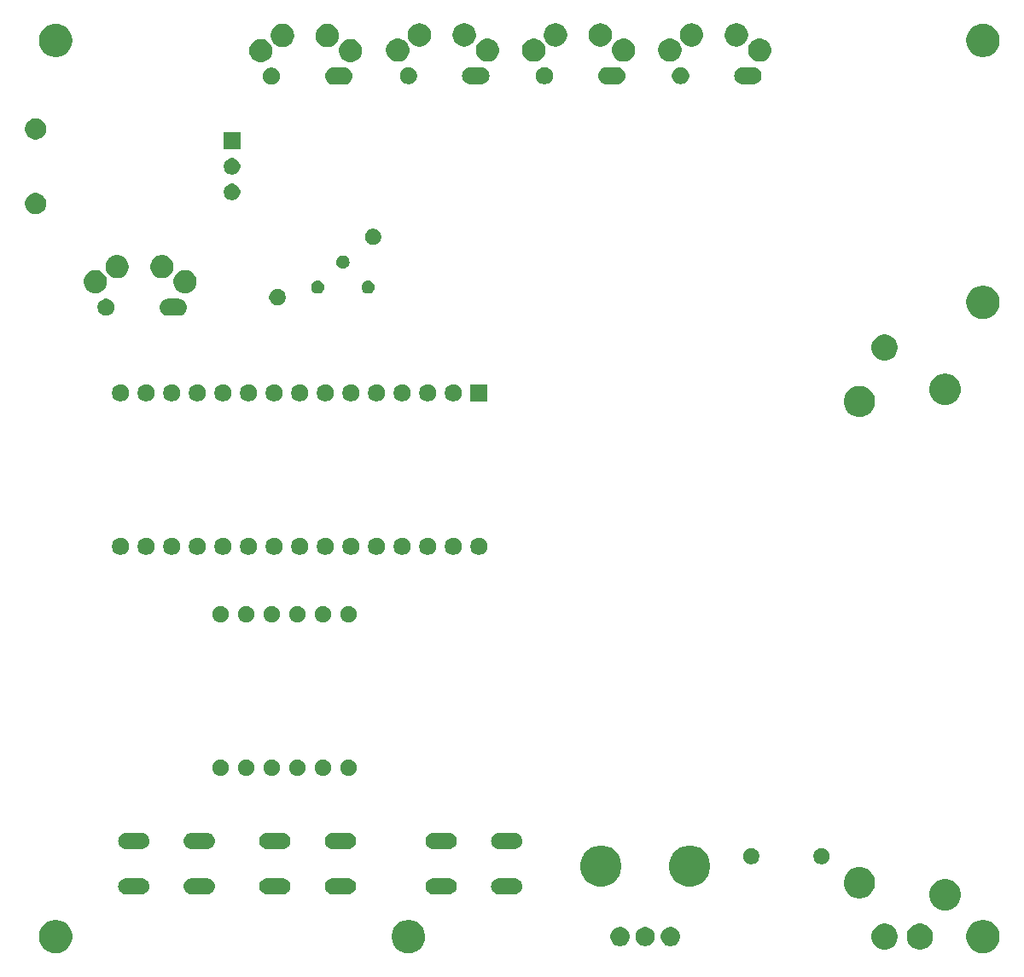
<source format=gbs>
G04 #@! TF.GenerationSoftware,KiCad,Pcbnew,5.1.5*
G04 #@! TF.CreationDate,2019-12-29T16:55:21+09:00*
G04 #@! TF.ProjectId,Sync-chan,53796e63-2d63-4686-916e-2e6b69636164,rev?*
G04 #@! TF.SameCoordinates,Original*
G04 #@! TF.FileFunction,Soldermask,Bot*
G04 #@! TF.FilePolarity,Negative*
%FSLAX46Y46*%
G04 Gerber Fmt 4.6, Leading zero omitted, Abs format (unit mm)*
G04 Created by KiCad (PCBNEW 5.1.5) date 2019-12-29 16:55:21*
%MOMM*%
%LPD*%
G04 APERTURE LIST*
%ADD10C,0.100000*%
G04 APERTURE END LIST*
D10*
G36*
X109375256Y-143391298D02*
G01*
X109481579Y-143412447D01*
X109782042Y-143536903D01*
X110052451Y-143717585D01*
X110282415Y-143947549D01*
X110463097Y-144217958D01*
X110587553Y-144518421D01*
X110593742Y-144549534D01*
X110651000Y-144837389D01*
X110651000Y-145162611D01*
X110608702Y-145375256D01*
X110587553Y-145481579D01*
X110463097Y-145782042D01*
X110282415Y-146052451D01*
X110052451Y-146282415D01*
X109782042Y-146463097D01*
X109481579Y-146587553D01*
X109375256Y-146608702D01*
X109162611Y-146651000D01*
X108837389Y-146651000D01*
X108624744Y-146608702D01*
X108518421Y-146587553D01*
X108217958Y-146463097D01*
X107947549Y-146282415D01*
X107717585Y-146052451D01*
X107536903Y-145782042D01*
X107412447Y-145481579D01*
X107391298Y-145375256D01*
X107349000Y-145162611D01*
X107349000Y-144837389D01*
X107406258Y-144549534D01*
X107412447Y-144518421D01*
X107536903Y-144217958D01*
X107717585Y-143947549D01*
X107947549Y-143717585D01*
X108217958Y-143536903D01*
X108518421Y-143412447D01*
X108624744Y-143391298D01*
X108837389Y-143349000D01*
X109162611Y-143349000D01*
X109375256Y-143391298D01*
G37*
G36*
X201375256Y-143391298D02*
G01*
X201481579Y-143412447D01*
X201782042Y-143536903D01*
X202052451Y-143717585D01*
X202282415Y-143947549D01*
X202463097Y-144217958D01*
X202587553Y-144518421D01*
X202593742Y-144549534D01*
X202651000Y-144837389D01*
X202651000Y-145162611D01*
X202608702Y-145375256D01*
X202587553Y-145481579D01*
X202463097Y-145782042D01*
X202282415Y-146052451D01*
X202052451Y-146282415D01*
X201782042Y-146463097D01*
X201481579Y-146587553D01*
X201375256Y-146608702D01*
X201162611Y-146651000D01*
X200837389Y-146651000D01*
X200624744Y-146608702D01*
X200518421Y-146587553D01*
X200217958Y-146463097D01*
X199947549Y-146282415D01*
X199717585Y-146052451D01*
X199536903Y-145782042D01*
X199412447Y-145481579D01*
X199391298Y-145375256D01*
X199349000Y-145162611D01*
X199349000Y-144837389D01*
X199406258Y-144549534D01*
X199412447Y-144518421D01*
X199536903Y-144217958D01*
X199717585Y-143947549D01*
X199947549Y-143717585D01*
X200217958Y-143536903D01*
X200518421Y-143412447D01*
X200624744Y-143391298D01*
X200837389Y-143349000D01*
X201162611Y-143349000D01*
X201375256Y-143391298D01*
G37*
G36*
X144375256Y-143391298D02*
G01*
X144481579Y-143412447D01*
X144782042Y-143536903D01*
X145052451Y-143717585D01*
X145282415Y-143947549D01*
X145463097Y-144217958D01*
X145587553Y-144518421D01*
X145593742Y-144549534D01*
X145651000Y-144837389D01*
X145651000Y-145162611D01*
X145608702Y-145375256D01*
X145587553Y-145481579D01*
X145463097Y-145782042D01*
X145282415Y-146052451D01*
X145052451Y-146282415D01*
X144782042Y-146463097D01*
X144481579Y-146587553D01*
X144375256Y-146608702D01*
X144162611Y-146651000D01*
X143837389Y-146651000D01*
X143624744Y-146608702D01*
X143518421Y-146587553D01*
X143217958Y-146463097D01*
X142947549Y-146282415D01*
X142717585Y-146052451D01*
X142536903Y-145782042D01*
X142412447Y-145481579D01*
X142391298Y-145375256D01*
X142349000Y-145162611D01*
X142349000Y-144837389D01*
X142406258Y-144549534D01*
X142412447Y-144518421D01*
X142536903Y-144217958D01*
X142717585Y-143947549D01*
X142947549Y-143717585D01*
X143217958Y-143536903D01*
X143518421Y-143412447D01*
X143624744Y-143391298D01*
X143837389Y-143349000D01*
X144162611Y-143349000D01*
X144375256Y-143391298D01*
G37*
G36*
X191629487Y-143748996D02*
G01*
X191866253Y-143847068D01*
X191866255Y-143847069D01*
X192016634Y-143947549D01*
X192079339Y-143989447D01*
X192260553Y-144170661D01*
X192402932Y-144383747D01*
X192501004Y-144620513D01*
X192551000Y-144871861D01*
X192551000Y-145128139D01*
X192501004Y-145379487D01*
X192471603Y-145450466D01*
X192402931Y-145616255D01*
X192260553Y-145829339D01*
X192079339Y-146010553D01*
X191866255Y-146152931D01*
X191866254Y-146152932D01*
X191866253Y-146152932D01*
X191629487Y-146251004D01*
X191378139Y-146301000D01*
X191121861Y-146301000D01*
X190870513Y-146251004D01*
X190633747Y-146152932D01*
X190633746Y-146152932D01*
X190633745Y-146152931D01*
X190420661Y-146010553D01*
X190239447Y-145829339D01*
X190097069Y-145616255D01*
X190028397Y-145450466D01*
X189998996Y-145379487D01*
X189949000Y-145128139D01*
X189949000Y-144871861D01*
X189998996Y-144620513D01*
X190097068Y-144383747D01*
X190239447Y-144170661D01*
X190420661Y-143989447D01*
X190483366Y-143947549D01*
X190633745Y-143847069D01*
X190633747Y-143847068D01*
X190870513Y-143748996D01*
X191121861Y-143699000D01*
X191378139Y-143699000D01*
X191629487Y-143748996D01*
G37*
G36*
X195129487Y-143748996D02*
G01*
X195366253Y-143847068D01*
X195366255Y-143847069D01*
X195516634Y-143947549D01*
X195579339Y-143989447D01*
X195760553Y-144170661D01*
X195902932Y-144383747D01*
X196001004Y-144620513D01*
X196051000Y-144871861D01*
X196051000Y-145128139D01*
X196001004Y-145379487D01*
X195971603Y-145450466D01*
X195902931Y-145616255D01*
X195760553Y-145829339D01*
X195579339Y-146010553D01*
X195366255Y-146152931D01*
X195366254Y-146152932D01*
X195366253Y-146152932D01*
X195129487Y-146251004D01*
X194878139Y-146301000D01*
X194621861Y-146301000D01*
X194370513Y-146251004D01*
X194133747Y-146152932D01*
X194133746Y-146152932D01*
X194133745Y-146152931D01*
X193920661Y-146010553D01*
X193739447Y-145829339D01*
X193597069Y-145616255D01*
X193528397Y-145450466D01*
X193498996Y-145379487D01*
X193449000Y-145128139D01*
X193449000Y-144871861D01*
X193498996Y-144620513D01*
X193597068Y-144383747D01*
X193739447Y-144170661D01*
X193920661Y-143989447D01*
X193983366Y-143947549D01*
X194133745Y-143847069D01*
X194133747Y-143847068D01*
X194370513Y-143748996D01*
X194621861Y-143699000D01*
X194878139Y-143699000D01*
X195129487Y-143748996D01*
G37*
G36*
X167777395Y-144085546D02*
G01*
X167950466Y-144157234D01*
X167950467Y-144157235D01*
X168106227Y-144261310D01*
X168238690Y-144393773D01*
X168238691Y-144393775D01*
X168342766Y-144549534D01*
X168414454Y-144722605D01*
X168451000Y-144906333D01*
X168451000Y-145093667D01*
X168414454Y-145277395D01*
X168342766Y-145450466D01*
X168321977Y-145481579D01*
X168238690Y-145606227D01*
X168106227Y-145738690D01*
X168041349Y-145782040D01*
X167950466Y-145842766D01*
X167777395Y-145914454D01*
X167593667Y-145951000D01*
X167406333Y-145951000D01*
X167222605Y-145914454D01*
X167049534Y-145842766D01*
X166958651Y-145782040D01*
X166893773Y-145738690D01*
X166761310Y-145606227D01*
X166678023Y-145481579D01*
X166657234Y-145450466D01*
X166585546Y-145277395D01*
X166549000Y-145093667D01*
X166549000Y-144906333D01*
X166585546Y-144722605D01*
X166657234Y-144549534D01*
X166761309Y-144393775D01*
X166761310Y-144393773D01*
X166893773Y-144261310D01*
X167049533Y-144157235D01*
X167049534Y-144157234D01*
X167222605Y-144085546D01*
X167406333Y-144049000D01*
X167593667Y-144049000D01*
X167777395Y-144085546D01*
G37*
G36*
X165277395Y-144085546D02*
G01*
X165450466Y-144157234D01*
X165450467Y-144157235D01*
X165606227Y-144261310D01*
X165738690Y-144393773D01*
X165738691Y-144393775D01*
X165842766Y-144549534D01*
X165914454Y-144722605D01*
X165951000Y-144906333D01*
X165951000Y-145093667D01*
X165914454Y-145277395D01*
X165842766Y-145450466D01*
X165821977Y-145481579D01*
X165738690Y-145606227D01*
X165606227Y-145738690D01*
X165541349Y-145782040D01*
X165450466Y-145842766D01*
X165277395Y-145914454D01*
X165093667Y-145951000D01*
X164906333Y-145951000D01*
X164722605Y-145914454D01*
X164549534Y-145842766D01*
X164458651Y-145782040D01*
X164393773Y-145738690D01*
X164261310Y-145606227D01*
X164178023Y-145481579D01*
X164157234Y-145450466D01*
X164085546Y-145277395D01*
X164049000Y-145093667D01*
X164049000Y-144906333D01*
X164085546Y-144722605D01*
X164157234Y-144549534D01*
X164261309Y-144393775D01*
X164261310Y-144393773D01*
X164393773Y-144261310D01*
X164549533Y-144157235D01*
X164549534Y-144157234D01*
X164722605Y-144085546D01*
X164906333Y-144049000D01*
X165093667Y-144049000D01*
X165277395Y-144085546D01*
G37*
G36*
X170277395Y-144085546D02*
G01*
X170450466Y-144157234D01*
X170450467Y-144157235D01*
X170606227Y-144261310D01*
X170738690Y-144393773D01*
X170738691Y-144393775D01*
X170842766Y-144549534D01*
X170914454Y-144722605D01*
X170951000Y-144906333D01*
X170951000Y-145093667D01*
X170914454Y-145277395D01*
X170842766Y-145450466D01*
X170821977Y-145481579D01*
X170738690Y-145606227D01*
X170606227Y-145738690D01*
X170541349Y-145782040D01*
X170450466Y-145842766D01*
X170277395Y-145914454D01*
X170093667Y-145951000D01*
X169906333Y-145951000D01*
X169722605Y-145914454D01*
X169549534Y-145842766D01*
X169458651Y-145782040D01*
X169393773Y-145738690D01*
X169261310Y-145606227D01*
X169178023Y-145481579D01*
X169157234Y-145450466D01*
X169085546Y-145277395D01*
X169049000Y-145093667D01*
X169049000Y-144906333D01*
X169085546Y-144722605D01*
X169157234Y-144549534D01*
X169261309Y-144393775D01*
X169261310Y-144393773D01*
X169393773Y-144261310D01*
X169549533Y-144157235D01*
X169549534Y-144157234D01*
X169722605Y-144085546D01*
X169906333Y-144049000D01*
X170093667Y-144049000D01*
X170277395Y-144085546D01*
G37*
G36*
X197445171Y-139307436D02*
G01*
X197702410Y-139358604D01*
X197984674Y-139475521D01*
X198238705Y-139645259D01*
X198454741Y-139861295D01*
X198624479Y-140115326D01*
X198704292Y-140308013D01*
X198741396Y-140397591D01*
X198789357Y-140638704D01*
X198801000Y-140697240D01*
X198801000Y-141002760D01*
X198741396Y-141302410D01*
X198624479Y-141584674D01*
X198454741Y-141838705D01*
X198238705Y-142054741D01*
X197984674Y-142224479D01*
X197702410Y-142341396D01*
X197552585Y-142371198D01*
X197402761Y-142401000D01*
X197097239Y-142401000D01*
X196947415Y-142371198D01*
X196797590Y-142341396D01*
X196515326Y-142224479D01*
X196261295Y-142054741D01*
X196045259Y-141838705D01*
X195875521Y-141584674D01*
X195758604Y-141302410D01*
X195699000Y-141002760D01*
X195699000Y-140697240D01*
X195710644Y-140638704D01*
X195758604Y-140397591D01*
X195795708Y-140308013D01*
X195875521Y-140115326D01*
X196045259Y-139861295D01*
X196261295Y-139645259D01*
X196515326Y-139475521D01*
X196797590Y-139358604D01*
X197054829Y-139307436D01*
X197097239Y-139299000D01*
X197402761Y-139299000D01*
X197445171Y-139307436D01*
G37*
G36*
X189052585Y-138128802D02*
G01*
X189202410Y-138158604D01*
X189484674Y-138275521D01*
X189738705Y-138445259D01*
X189954741Y-138661295D01*
X190124479Y-138915326D01*
X190147751Y-138971511D01*
X190241396Y-139197591D01*
X190301000Y-139497239D01*
X190301000Y-139802761D01*
X190271198Y-139952585D01*
X190241396Y-140102410D01*
X190124479Y-140384674D01*
X189954741Y-140638705D01*
X189738705Y-140854741D01*
X189484674Y-141024479D01*
X189202410Y-141141396D01*
X189052585Y-141171198D01*
X188902761Y-141201000D01*
X188597239Y-141201000D01*
X188447415Y-141171198D01*
X188297590Y-141141396D01*
X188015326Y-141024479D01*
X187761295Y-140854741D01*
X187545259Y-140638705D01*
X187375521Y-140384674D01*
X187258604Y-140102410D01*
X187228802Y-139952585D01*
X187199000Y-139802761D01*
X187199000Y-139497239D01*
X187258604Y-139197591D01*
X187352249Y-138971511D01*
X187375521Y-138915326D01*
X187545259Y-138661295D01*
X187761295Y-138445259D01*
X188015326Y-138275521D01*
X188297590Y-138158604D01*
X188447415Y-138128802D01*
X188597239Y-138099000D01*
X188902761Y-138099000D01*
X189052585Y-138128802D01*
G37*
G36*
X154578571Y-139202863D02*
G01*
X154657023Y-139210590D01*
X154757682Y-139241125D01*
X154808013Y-139256392D01*
X154947165Y-139330771D01*
X155069133Y-139430867D01*
X155169229Y-139552835D01*
X155243608Y-139691987D01*
X155243608Y-139691988D01*
X155289410Y-139842977D01*
X155304875Y-140000000D01*
X155289410Y-140157023D01*
X155258875Y-140257682D01*
X155243608Y-140308013D01*
X155169229Y-140447165D01*
X155069133Y-140569133D01*
X154947165Y-140669229D01*
X154808013Y-140743608D01*
X154757682Y-140758875D01*
X154657023Y-140789410D01*
X154578571Y-140797137D01*
X154539346Y-140801000D01*
X152960654Y-140801000D01*
X152921429Y-140797137D01*
X152842977Y-140789410D01*
X152742318Y-140758875D01*
X152691987Y-140743608D01*
X152552835Y-140669229D01*
X152430867Y-140569133D01*
X152330771Y-140447165D01*
X152256392Y-140308013D01*
X152241125Y-140257682D01*
X152210590Y-140157023D01*
X152195125Y-140000000D01*
X152210590Y-139842977D01*
X152256392Y-139691988D01*
X152256392Y-139691987D01*
X152330771Y-139552835D01*
X152430867Y-139430867D01*
X152552835Y-139330771D01*
X152691987Y-139256392D01*
X152742318Y-139241125D01*
X152842977Y-139210590D01*
X152921429Y-139202863D01*
X152960654Y-139199000D01*
X154539346Y-139199000D01*
X154578571Y-139202863D01*
G37*
G36*
X117578571Y-139202863D02*
G01*
X117657023Y-139210590D01*
X117757682Y-139241125D01*
X117808013Y-139256392D01*
X117947165Y-139330771D01*
X118069133Y-139430867D01*
X118169229Y-139552835D01*
X118243608Y-139691987D01*
X118243608Y-139691988D01*
X118289410Y-139842977D01*
X118304875Y-140000000D01*
X118289410Y-140157023D01*
X118258875Y-140257682D01*
X118243608Y-140308013D01*
X118169229Y-140447165D01*
X118069133Y-140569133D01*
X117947165Y-140669229D01*
X117808013Y-140743608D01*
X117757682Y-140758875D01*
X117657023Y-140789410D01*
X117578571Y-140797137D01*
X117539346Y-140801000D01*
X115960654Y-140801000D01*
X115921429Y-140797137D01*
X115842977Y-140789410D01*
X115742318Y-140758875D01*
X115691987Y-140743608D01*
X115552835Y-140669229D01*
X115430867Y-140569133D01*
X115330771Y-140447165D01*
X115256392Y-140308013D01*
X115241125Y-140257682D01*
X115210590Y-140157023D01*
X115195125Y-140000000D01*
X115210590Y-139842977D01*
X115256392Y-139691988D01*
X115256392Y-139691987D01*
X115330771Y-139552835D01*
X115430867Y-139430867D01*
X115552835Y-139330771D01*
X115691987Y-139256392D01*
X115742318Y-139241125D01*
X115842977Y-139210590D01*
X115921429Y-139202863D01*
X115960654Y-139199000D01*
X117539346Y-139199000D01*
X117578571Y-139202863D01*
G37*
G36*
X148078571Y-139202863D02*
G01*
X148157023Y-139210590D01*
X148257682Y-139241125D01*
X148308013Y-139256392D01*
X148447165Y-139330771D01*
X148569133Y-139430867D01*
X148669229Y-139552835D01*
X148743608Y-139691987D01*
X148743608Y-139691988D01*
X148789410Y-139842977D01*
X148804875Y-140000000D01*
X148789410Y-140157023D01*
X148758875Y-140257682D01*
X148743608Y-140308013D01*
X148669229Y-140447165D01*
X148569133Y-140569133D01*
X148447165Y-140669229D01*
X148308013Y-140743608D01*
X148257682Y-140758875D01*
X148157023Y-140789410D01*
X148078571Y-140797137D01*
X148039346Y-140801000D01*
X146460654Y-140801000D01*
X146421429Y-140797137D01*
X146342977Y-140789410D01*
X146242318Y-140758875D01*
X146191987Y-140743608D01*
X146052835Y-140669229D01*
X145930867Y-140569133D01*
X145830771Y-140447165D01*
X145756392Y-140308013D01*
X145741125Y-140257682D01*
X145710590Y-140157023D01*
X145695125Y-140000000D01*
X145710590Y-139842977D01*
X145756392Y-139691988D01*
X145756392Y-139691987D01*
X145830771Y-139552835D01*
X145930867Y-139430867D01*
X146052835Y-139330771D01*
X146191987Y-139256392D01*
X146242318Y-139241125D01*
X146342977Y-139210590D01*
X146421429Y-139202863D01*
X146460654Y-139199000D01*
X148039346Y-139199000D01*
X148078571Y-139202863D01*
G37*
G36*
X124078571Y-139202863D02*
G01*
X124157023Y-139210590D01*
X124257682Y-139241125D01*
X124308013Y-139256392D01*
X124447165Y-139330771D01*
X124569133Y-139430867D01*
X124669229Y-139552835D01*
X124743608Y-139691987D01*
X124743608Y-139691988D01*
X124789410Y-139842977D01*
X124804875Y-140000000D01*
X124789410Y-140157023D01*
X124758875Y-140257682D01*
X124743608Y-140308013D01*
X124669229Y-140447165D01*
X124569133Y-140569133D01*
X124447165Y-140669229D01*
X124308013Y-140743608D01*
X124257682Y-140758875D01*
X124157023Y-140789410D01*
X124078571Y-140797137D01*
X124039346Y-140801000D01*
X122460654Y-140801000D01*
X122421429Y-140797137D01*
X122342977Y-140789410D01*
X122242318Y-140758875D01*
X122191987Y-140743608D01*
X122052835Y-140669229D01*
X121930867Y-140569133D01*
X121830771Y-140447165D01*
X121756392Y-140308013D01*
X121741125Y-140257682D01*
X121710590Y-140157023D01*
X121695125Y-140000000D01*
X121710590Y-139842977D01*
X121756392Y-139691988D01*
X121756392Y-139691987D01*
X121830771Y-139552835D01*
X121930867Y-139430867D01*
X122052835Y-139330771D01*
X122191987Y-139256392D01*
X122242318Y-139241125D01*
X122342977Y-139210590D01*
X122421429Y-139202863D01*
X122460654Y-139199000D01*
X124039346Y-139199000D01*
X124078571Y-139202863D01*
G37*
G36*
X131578571Y-139202863D02*
G01*
X131657023Y-139210590D01*
X131757682Y-139241125D01*
X131808013Y-139256392D01*
X131947165Y-139330771D01*
X132069133Y-139430867D01*
X132169229Y-139552835D01*
X132243608Y-139691987D01*
X132243608Y-139691988D01*
X132289410Y-139842977D01*
X132304875Y-140000000D01*
X132289410Y-140157023D01*
X132258875Y-140257682D01*
X132243608Y-140308013D01*
X132169229Y-140447165D01*
X132069133Y-140569133D01*
X131947165Y-140669229D01*
X131808013Y-140743608D01*
X131757682Y-140758875D01*
X131657023Y-140789410D01*
X131578571Y-140797137D01*
X131539346Y-140801000D01*
X129960654Y-140801000D01*
X129921429Y-140797137D01*
X129842977Y-140789410D01*
X129742318Y-140758875D01*
X129691987Y-140743608D01*
X129552835Y-140669229D01*
X129430867Y-140569133D01*
X129330771Y-140447165D01*
X129256392Y-140308013D01*
X129241125Y-140257682D01*
X129210590Y-140157023D01*
X129195125Y-140000000D01*
X129210590Y-139842977D01*
X129256392Y-139691988D01*
X129256392Y-139691987D01*
X129330771Y-139552835D01*
X129430867Y-139430867D01*
X129552835Y-139330771D01*
X129691987Y-139256392D01*
X129742318Y-139241125D01*
X129842977Y-139210590D01*
X129921429Y-139202863D01*
X129960654Y-139199000D01*
X131539346Y-139199000D01*
X131578571Y-139202863D01*
G37*
G36*
X138078571Y-139202863D02*
G01*
X138157023Y-139210590D01*
X138257682Y-139241125D01*
X138308013Y-139256392D01*
X138447165Y-139330771D01*
X138569133Y-139430867D01*
X138669229Y-139552835D01*
X138743608Y-139691987D01*
X138743608Y-139691988D01*
X138789410Y-139842977D01*
X138804875Y-140000000D01*
X138789410Y-140157023D01*
X138758875Y-140257682D01*
X138743608Y-140308013D01*
X138669229Y-140447165D01*
X138569133Y-140569133D01*
X138447165Y-140669229D01*
X138308013Y-140743608D01*
X138257682Y-140758875D01*
X138157023Y-140789410D01*
X138078571Y-140797137D01*
X138039346Y-140801000D01*
X136460654Y-140801000D01*
X136421429Y-140797137D01*
X136342977Y-140789410D01*
X136242318Y-140758875D01*
X136191987Y-140743608D01*
X136052835Y-140669229D01*
X135930867Y-140569133D01*
X135830771Y-140447165D01*
X135756392Y-140308013D01*
X135741125Y-140257682D01*
X135710590Y-140157023D01*
X135695125Y-140000000D01*
X135710590Y-139842977D01*
X135756392Y-139691988D01*
X135756392Y-139691987D01*
X135830771Y-139552835D01*
X135930867Y-139430867D01*
X136052835Y-139330771D01*
X136191987Y-139256392D01*
X136242318Y-139241125D01*
X136342977Y-139210590D01*
X136421429Y-139202863D01*
X136460654Y-139199000D01*
X138039346Y-139199000D01*
X138078571Y-139202863D01*
G37*
G36*
X163698254Y-136027818D02*
G01*
X164071511Y-136182426D01*
X164071513Y-136182427D01*
X164407436Y-136406884D01*
X164693116Y-136692564D01*
X164845035Y-136919926D01*
X164917574Y-137028489D01*
X165072182Y-137401746D01*
X165151000Y-137797993D01*
X165151000Y-138202007D01*
X165072182Y-138598254D01*
X164940846Y-138915328D01*
X164917573Y-138971513D01*
X164693116Y-139307436D01*
X164407436Y-139593116D01*
X164071513Y-139817573D01*
X164071512Y-139817574D01*
X164071511Y-139817574D01*
X163698254Y-139972182D01*
X163302007Y-140051000D01*
X162897993Y-140051000D01*
X162501746Y-139972182D01*
X162128489Y-139817574D01*
X162128488Y-139817574D01*
X162128487Y-139817573D01*
X161792564Y-139593116D01*
X161506884Y-139307436D01*
X161282427Y-138971513D01*
X161259154Y-138915328D01*
X161127818Y-138598254D01*
X161049000Y-138202007D01*
X161049000Y-137797993D01*
X161127818Y-137401746D01*
X161282426Y-137028489D01*
X161354966Y-136919926D01*
X161506884Y-136692564D01*
X161792564Y-136406884D01*
X162128487Y-136182427D01*
X162128489Y-136182426D01*
X162501746Y-136027818D01*
X162897993Y-135949000D01*
X163302007Y-135949000D01*
X163698254Y-136027818D01*
G37*
G36*
X172498254Y-136027818D02*
G01*
X172871511Y-136182426D01*
X172871513Y-136182427D01*
X173207436Y-136406884D01*
X173493116Y-136692564D01*
X173645035Y-136919926D01*
X173717574Y-137028489D01*
X173872182Y-137401746D01*
X173951000Y-137797993D01*
X173951000Y-138202007D01*
X173872182Y-138598254D01*
X173740846Y-138915328D01*
X173717573Y-138971513D01*
X173493116Y-139307436D01*
X173207436Y-139593116D01*
X172871513Y-139817573D01*
X172871512Y-139817574D01*
X172871511Y-139817574D01*
X172498254Y-139972182D01*
X172102007Y-140051000D01*
X171697993Y-140051000D01*
X171301746Y-139972182D01*
X170928489Y-139817574D01*
X170928488Y-139817574D01*
X170928487Y-139817573D01*
X170592564Y-139593116D01*
X170306884Y-139307436D01*
X170082427Y-138971513D01*
X170059154Y-138915328D01*
X169927818Y-138598254D01*
X169849000Y-138202007D01*
X169849000Y-137797993D01*
X169927818Y-137401746D01*
X170082426Y-137028489D01*
X170154966Y-136919926D01*
X170306884Y-136692564D01*
X170592564Y-136406884D01*
X170928487Y-136182427D01*
X170928489Y-136182426D01*
X171301746Y-136027818D01*
X171697993Y-135949000D01*
X172102007Y-135949000D01*
X172498254Y-136027818D01*
G37*
G36*
X185237142Y-136218242D02*
G01*
X185385101Y-136279529D01*
X185518255Y-136368499D01*
X185631501Y-136481745D01*
X185720471Y-136614899D01*
X185781758Y-136762858D01*
X185813000Y-136919925D01*
X185813000Y-137080075D01*
X185781758Y-137237142D01*
X185720471Y-137385101D01*
X185631501Y-137518255D01*
X185518255Y-137631501D01*
X185385101Y-137720471D01*
X185237142Y-137781758D01*
X185080075Y-137813000D01*
X184919925Y-137813000D01*
X184762858Y-137781758D01*
X184614899Y-137720471D01*
X184481745Y-137631501D01*
X184368499Y-137518255D01*
X184279529Y-137385101D01*
X184218242Y-137237142D01*
X184187000Y-137080075D01*
X184187000Y-136919925D01*
X184218242Y-136762858D01*
X184279529Y-136614899D01*
X184368499Y-136481745D01*
X184481745Y-136368499D01*
X184614899Y-136279529D01*
X184762858Y-136218242D01*
X184919925Y-136187000D01*
X185080075Y-136187000D01*
X185237142Y-136218242D01*
G37*
G36*
X178237142Y-136218242D02*
G01*
X178385101Y-136279529D01*
X178518255Y-136368499D01*
X178631501Y-136481745D01*
X178720471Y-136614899D01*
X178781758Y-136762858D01*
X178813000Y-136919925D01*
X178813000Y-137080075D01*
X178781758Y-137237142D01*
X178720471Y-137385101D01*
X178631501Y-137518255D01*
X178518255Y-137631501D01*
X178385101Y-137720471D01*
X178237142Y-137781758D01*
X178080075Y-137813000D01*
X177919925Y-137813000D01*
X177762858Y-137781758D01*
X177614899Y-137720471D01*
X177481745Y-137631501D01*
X177368499Y-137518255D01*
X177279529Y-137385101D01*
X177218242Y-137237142D01*
X177187000Y-137080075D01*
X177187000Y-136919925D01*
X177218242Y-136762858D01*
X177279529Y-136614899D01*
X177368499Y-136481745D01*
X177481745Y-136368499D01*
X177614899Y-136279529D01*
X177762858Y-136218242D01*
X177919925Y-136187000D01*
X178080075Y-136187000D01*
X178237142Y-136218242D01*
G37*
G36*
X117578571Y-134702863D02*
G01*
X117657023Y-134710590D01*
X117757682Y-134741125D01*
X117808013Y-134756392D01*
X117947165Y-134830771D01*
X118069133Y-134930867D01*
X118169229Y-135052835D01*
X118243608Y-135191987D01*
X118243608Y-135191988D01*
X118289410Y-135342977D01*
X118304875Y-135500000D01*
X118289410Y-135657023D01*
X118258875Y-135757682D01*
X118243608Y-135808013D01*
X118169229Y-135947165D01*
X118069133Y-136069133D01*
X117947165Y-136169229D01*
X117808013Y-136243608D01*
X117757682Y-136258875D01*
X117657023Y-136289410D01*
X117578571Y-136297137D01*
X117539346Y-136301000D01*
X115960654Y-136301000D01*
X115921429Y-136297137D01*
X115842977Y-136289410D01*
X115742318Y-136258875D01*
X115691987Y-136243608D01*
X115552835Y-136169229D01*
X115430867Y-136069133D01*
X115330771Y-135947165D01*
X115256392Y-135808013D01*
X115241125Y-135757682D01*
X115210590Y-135657023D01*
X115195125Y-135500000D01*
X115210590Y-135342977D01*
X115256392Y-135191988D01*
X115256392Y-135191987D01*
X115330771Y-135052835D01*
X115430867Y-134930867D01*
X115552835Y-134830771D01*
X115691987Y-134756392D01*
X115742318Y-134741125D01*
X115842977Y-134710590D01*
X115921429Y-134702863D01*
X115960654Y-134699000D01*
X117539346Y-134699000D01*
X117578571Y-134702863D01*
G37*
G36*
X154578571Y-134702863D02*
G01*
X154657023Y-134710590D01*
X154757682Y-134741125D01*
X154808013Y-134756392D01*
X154947165Y-134830771D01*
X155069133Y-134930867D01*
X155169229Y-135052835D01*
X155243608Y-135191987D01*
X155243608Y-135191988D01*
X155289410Y-135342977D01*
X155304875Y-135500000D01*
X155289410Y-135657023D01*
X155258875Y-135757682D01*
X155243608Y-135808013D01*
X155169229Y-135947165D01*
X155069133Y-136069133D01*
X154947165Y-136169229D01*
X154808013Y-136243608D01*
X154757682Y-136258875D01*
X154657023Y-136289410D01*
X154578571Y-136297137D01*
X154539346Y-136301000D01*
X152960654Y-136301000D01*
X152921429Y-136297137D01*
X152842977Y-136289410D01*
X152742318Y-136258875D01*
X152691987Y-136243608D01*
X152552835Y-136169229D01*
X152430867Y-136069133D01*
X152330771Y-135947165D01*
X152256392Y-135808013D01*
X152241125Y-135757682D01*
X152210590Y-135657023D01*
X152195125Y-135500000D01*
X152210590Y-135342977D01*
X152256392Y-135191988D01*
X152256392Y-135191987D01*
X152330771Y-135052835D01*
X152430867Y-134930867D01*
X152552835Y-134830771D01*
X152691987Y-134756392D01*
X152742318Y-134741125D01*
X152842977Y-134710590D01*
X152921429Y-134702863D01*
X152960654Y-134699000D01*
X154539346Y-134699000D01*
X154578571Y-134702863D01*
G37*
G36*
X124078571Y-134702863D02*
G01*
X124157023Y-134710590D01*
X124257682Y-134741125D01*
X124308013Y-134756392D01*
X124447165Y-134830771D01*
X124569133Y-134930867D01*
X124669229Y-135052835D01*
X124743608Y-135191987D01*
X124743608Y-135191988D01*
X124789410Y-135342977D01*
X124804875Y-135500000D01*
X124789410Y-135657023D01*
X124758875Y-135757682D01*
X124743608Y-135808013D01*
X124669229Y-135947165D01*
X124569133Y-136069133D01*
X124447165Y-136169229D01*
X124308013Y-136243608D01*
X124257682Y-136258875D01*
X124157023Y-136289410D01*
X124078571Y-136297137D01*
X124039346Y-136301000D01*
X122460654Y-136301000D01*
X122421429Y-136297137D01*
X122342977Y-136289410D01*
X122242318Y-136258875D01*
X122191987Y-136243608D01*
X122052835Y-136169229D01*
X121930867Y-136069133D01*
X121830771Y-135947165D01*
X121756392Y-135808013D01*
X121741125Y-135757682D01*
X121710590Y-135657023D01*
X121695125Y-135500000D01*
X121710590Y-135342977D01*
X121756392Y-135191988D01*
X121756392Y-135191987D01*
X121830771Y-135052835D01*
X121930867Y-134930867D01*
X122052835Y-134830771D01*
X122191987Y-134756392D01*
X122242318Y-134741125D01*
X122342977Y-134710590D01*
X122421429Y-134702863D01*
X122460654Y-134699000D01*
X124039346Y-134699000D01*
X124078571Y-134702863D01*
G37*
G36*
X148078571Y-134702863D02*
G01*
X148157023Y-134710590D01*
X148257682Y-134741125D01*
X148308013Y-134756392D01*
X148447165Y-134830771D01*
X148569133Y-134930867D01*
X148669229Y-135052835D01*
X148743608Y-135191987D01*
X148743608Y-135191988D01*
X148789410Y-135342977D01*
X148804875Y-135500000D01*
X148789410Y-135657023D01*
X148758875Y-135757682D01*
X148743608Y-135808013D01*
X148669229Y-135947165D01*
X148569133Y-136069133D01*
X148447165Y-136169229D01*
X148308013Y-136243608D01*
X148257682Y-136258875D01*
X148157023Y-136289410D01*
X148078571Y-136297137D01*
X148039346Y-136301000D01*
X146460654Y-136301000D01*
X146421429Y-136297137D01*
X146342977Y-136289410D01*
X146242318Y-136258875D01*
X146191987Y-136243608D01*
X146052835Y-136169229D01*
X145930867Y-136069133D01*
X145830771Y-135947165D01*
X145756392Y-135808013D01*
X145741125Y-135757682D01*
X145710590Y-135657023D01*
X145695125Y-135500000D01*
X145710590Y-135342977D01*
X145756392Y-135191988D01*
X145756392Y-135191987D01*
X145830771Y-135052835D01*
X145930867Y-134930867D01*
X146052835Y-134830771D01*
X146191987Y-134756392D01*
X146242318Y-134741125D01*
X146342977Y-134710590D01*
X146421429Y-134702863D01*
X146460654Y-134699000D01*
X148039346Y-134699000D01*
X148078571Y-134702863D01*
G37*
G36*
X138078571Y-134702863D02*
G01*
X138157023Y-134710590D01*
X138257682Y-134741125D01*
X138308013Y-134756392D01*
X138447165Y-134830771D01*
X138569133Y-134930867D01*
X138669229Y-135052835D01*
X138743608Y-135191987D01*
X138743608Y-135191988D01*
X138789410Y-135342977D01*
X138804875Y-135500000D01*
X138789410Y-135657023D01*
X138758875Y-135757682D01*
X138743608Y-135808013D01*
X138669229Y-135947165D01*
X138569133Y-136069133D01*
X138447165Y-136169229D01*
X138308013Y-136243608D01*
X138257682Y-136258875D01*
X138157023Y-136289410D01*
X138078571Y-136297137D01*
X138039346Y-136301000D01*
X136460654Y-136301000D01*
X136421429Y-136297137D01*
X136342977Y-136289410D01*
X136242318Y-136258875D01*
X136191987Y-136243608D01*
X136052835Y-136169229D01*
X135930867Y-136069133D01*
X135830771Y-135947165D01*
X135756392Y-135808013D01*
X135741125Y-135757682D01*
X135710590Y-135657023D01*
X135695125Y-135500000D01*
X135710590Y-135342977D01*
X135756392Y-135191988D01*
X135756392Y-135191987D01*
X135830771Y-135052835D01*
X135930867Y-134930867D01*
X136052835Y-134830771D01*
X136191987Y-134756392D01*
X136242318Y-134741125D01*
X136342977Y-134710590D01*
X136421429Y-134702863D01*
X136460654Y-134699000D01*
X138039346Y-134699000D01*
X138078571Y-134702863D01*
G37*
G36*
X131578571Y-134702863D02*
G01*
X131657023Y-134710590D01*
X131757682Y-134741125D01*
X131808013Y-134756392D01*
X131947165Y-134830771D01*
X132069133Y-134930867D01*
X132169229Y-135052835D01*
X132243608Y-135191987D01*
X132243608Y-135191988D01*
X132289410Y-135342977D01*
X132304875Y-135500000D01*
X132289410Y-135657023D01*
X132258875Y-135757682D01*
X132243608Y-135808013D01*
X132169229Y-135947165D01*
X132069133Y-136069133D01*
X131947165Y-136169229D01*
X131808013Y-136243608D01*
X131757682Y-136258875D01*
X131657023Y-136289410D01*
X131578571Y-136297137D01*
X131539346Y-136301000D01*
X129960654Y-136301000D01*
X129921429Y-136297137D01*
X129842977Y-136289410D01*
X129742318Y-136258875D01*
X129691987Y-136243608D01*
X129552835Y-136169229D01*
X129430867Y-136069133D01*
X129330771Y-135947165D01*
X129256392Y-135808013D01*
X129241125Y-135757682D01*
X129210590Y-135657023D01*
X129195125Y-135500000D01*
X129210590Y-135342977D01*
X129256392Y-135191988D01*
X129256392Y-135191987D01*
X129330771Y-135052835D01*
X129430867Y-134930867D01*
X129552835Y-134830771D01*
X129691987Y-134756392D01*
X129742318Y-134741125D01*
X129842977Y-134710590D01*
X129921429Y-134702863D01*
X129960654Y-134699000D01*
X131539346Y-134699000D01*
X131578571Y-134702863D01*
G37*
G36*
X128127142Y-127438242D02*
G01*
X128275101Y-127499529D01*
X128408255Y-127588499D01*
X128521501Y-127701745D01*
X128610471Y-127834899D01*
X128671758Y-127982858D01*
X128703000Y-128139925D01*
X128703000Y-128300075D01*
X128671758Y-128457142D01*
X128610471Y-128605101D01*
X128521501Y-128738255D01*
X128408255Y-128851501D01*
X128275101Y-128940471D01*
X128127142Y-129001758D01*
X127970075Y-129033000D01*
X127809925Y-129033000D01*
X127652858Y-129001758D01*
X127504899Y-128940471D01*
X127371745Y-128851501D01*
X127258499Y-128738255D01*
X127169529Y-128605101D01*
X127108242Y-128457142D01*
X127077000Y-128300075D01*
X127077000Y-128139925D01*
X127108242Y-127982858D01*
X127169529Y-127834899D01*
X127258499Y-127701745D01*
X127371745Y-127588499D01*
X127504899Y-127499529D01*
X127652858Y-127438242D01*
X127809925Y-127407000D01*
X127970075Y-127407000D01*
X128127142Y-127438242D01*
G37*
G36*
X130667142Y-127438242D02*
G01*
X130815101Y-127499529D01*
X130948255Y-127588499D01*
X131061501Y-127701745D01*
X131150471Y-127834899D01*
X131211758Y-127982858D01*
X131243000Y-128139925D01*
X131243000Y-128300075D01*
X131211758Y-128457142D01*
X131150471Y-128605101D01*
X131061501Y-128738255D01*
X130948255Y-128851501D01*
X130815101Y-128940471D01*
X130667142Y-129001758D01*
X130510075Y-129033000D01*
X130349925Y-129033000D01*
X130192858Y-129001758D01*
X130044899Y-128940471D01*
X129911745Y-128851501D01*
X129798499Y-128738255D01*
X129709529Y-128605101D01*
X129648242Y-128457142D01*
X129617000Y-128300075D01*
X129617000Y-128139925D01*
X129648242Y-127982858D01*
X129709529Y-127834899D01*
X129798499Y-127701745D01*
X129911745Y-127588499D01*
X130044899Y-127499529D01*
X130192858Y-127438242D01*
X130349925Y-127407000D01*
X130510075Y-127407000D01*
X130667142Y-127438242D01*
G37*
G36*
X133207142Y-127438242D02*
G01*
X133355101Y-127499529D01*
X133488255Y-127588499D01*
X133601501Y-127701745D01*
X133690471Y-127834899D01*
X133751758Y-127982858D01*
X133783000Y-128139925D01*
X133783000Y-128300075D01*
X133751758Y-128457142D01*
X133690471Y-128605101D01*
X133601501Y-128738255D01*
X133488255Y-128851501D01*
X133355101Y-128940471D01*
X133207142Y-129001758D01*
X133050075Y-129033000D01*
X132889925Y-129033000D01*
X132732858Y-129001758D01*
X132584899Y-128940471D01*
X132451745Y-128851501D01*
X132338499Y-128738255D01*
X132249529Y-128605101D01*
X132188242Y-128457142D01*
X132157000Y-128300075D01*
X132157000Y-128139925D01*
X132188242Y-127982858D01*
X132249529Y-127834899D01*
X132338499Y-127701745D01*
X132451745Y-127588499D01*
X132584899Y-127499529D01*
X132732858Y-127438242D01*
X132889925Y-127407000D01*
X133050075Y-127407000D01*
X133207142Y-127438242D01*
G37*
G36*
X138287142Y-127438242D02*
G01*
X138435101Y-127499529D01*
X138568255Y-127588499D01*
X138681501Y-127701745D01*
X138770471Y-127834899D01*
X138831758Y-127982858D01*
X138863000Y-128139925D01*
X138863000Y-128300075D01*
X138831758Y-128457142D01*
X138770471Y-128605101D01*
X138681501Y-128738255D01*
X138568255Y-128851501D01*
X138435101Y-128940471D01*
X138287142Y-129001758D01*
X138130075Y-129033000D01*
X137969925Y-129033000D01*
X137812858Y-129001758D01*
X137664899Y-128940471D01*
X137531745Y-128851501D01*
X137418499Y-128738255D01*
X137329529Y-128605101D01*
X137268242Y-128457142D01*
X137237000Y-128300075D01*
X137237000Y-128139925D01*
X137268242Y-127982858D01*
X137329529Y-127834899D01*
X137418499Y-127701745D01*
X137531745Y-127588499D01*
X137664899Y-127499529D01*
X137812858Y-127438242D01*
X137969925Y-127407000D01*
X138130075Y-127407000D01*
X138287142Y-127438242D01*
G37*
G36*
X125587142Y-127438242D02*
G01*
X125735101Y-127499529D01*
X125868255Y-127588499D01*
X125981501Y-127701745D01*
X126070471Y-127834899D01*
X126131758Y-127982858D01*
X126163000Y-128139925D01*
X126163000Y-128300075D01*
X126131758Y-128457142D01*
X126070471Y-128605101D01*
X125981501Y-128738255D01*
X125868255Y-128851501D01*
X125735101Y-128940471D01*
X125587142Y-129001758D01*
X125430075Y-129033000D01*
X125269925Y-129033000D01*
X125112858Y-129001758D01*
X124964899Y-128940471D01*
X124831745Y-128851501D01*
X124718499Y-128738255D01*
X124629529Y-128605101D01*
X124568242Y-128457142D01*
X124537000Y-128300075D01*
X124537000Y-128139925D01*
X124568242Y-127982858D01*
X124629529Y-127834899D01*
X124718499Y-127701745D01*
X124831745Y-127588499D01*
X124964899Y-127499529D01*
X125112858Y-127438242D01*
X125269925Y-127407000D01*
X125430075Y-127407000D01*
X125587142Y-127438242D01*
G37*
G36*
X135747142Y-127438242D02*
G01*
X135895101Y-127499529D01*
X136028255Y-127588499D01*
X136141501Y-127701745D01*
X136230471Y-127834899D01*
X136291758Y-127982858D01*
X136323000Y-128139925D01*
X136323000Y-128300075D01*
X136291758Y-128457142D01*
X136230471Y-128605101D01*
X136141501Y-128738255D01*
X136028255Y-128851501D01*
X135895101Y-128940471D01*
X135747142Y-129001758D01*
X135590075Y-129033000D01*
X135429925Y-129033000D01*
X135272858Y-129001758D01*
X135124899Y-128940471D01*
X134991745Y-128851501D01*
X134878499Y-128738255D01*
X134789529Y-128605101D01*
X134728242Y-128457142D01*
X134697000Y-128300075D01*
X134697000Y-128139925D01*
X134728242Y-127982858D01*
X134789529Y-127834899D01*
X134878499Y-127701745D01*
X134991745Y-127588499D01*
X135124899Y-127499529D01*
X135272858Y-127438242D01*
X135429925Y-127407000D01*
X135590075Y-127407000D01*
X135747142Y-127438242D01*
G37*
G36*
X125587142Y-112198242D02*
G01*
X125735101Y-112259529D01*
X125868255Y-112348499D01*
X125981501Y-112461745D01*
X126070471Y-112594899D01*
X126131758Y-112742858D01*
X126163000Y-112899925D01*
X126163000Y-113060075D01*
X126131758Y-113217142D01*
X126070471Y-113365101D01*
X125981501Y-113498255D01*
X125868255Y-113611501D01*
X125735101Y-113700471D01*
X125587142Y-113761758D01*
X125430075Y-113793000D01*
X125269925Y-113793000D01*
X125112858Y-113761758D01*
X124964899Y-113700471D01*
X124831745Y-113611501D01*
X124718499Y-113498255D01*
X124629529Y-113365101D01*
X124568242Y-113217142D01*
X124537000Y-113060075D01*
X124537000Y-112899925D01*
X124568242Y-112742858D01*
X124629529Y-112594899D01*
X124718499Y-112461745D01*
X124831745Y-112348499D01*
X124964899Y-112259529D01*
X125112858Y-112198242D01*
X125269925Y-112167000D01*
X125430075Y-112167000D01*
X125587142Y-112198242D01*
G37*
G36*
X138287142Y-112198242D02*
G01*
X138435101Y-112259529D01*
X138568255Y-112348499D01*
X138681501Y-112461745D01*
X138770471Y-112594899D01*
X138831758Y-112742858D01*
X138863000Y-112899925D01*
X138863000Y-113060075D01*
X138831758Y-113217142D01*
X138770471Y-113365101D01*
X138681501Y-113498255D01*
X138568255Y-113611501D01*
X138435101Y-113700471D01*
X138287142Y-113761758D01*
X138130075Y-113793000D01*
X137969925Y-113793000D01*
X137812858Y-113761758D01*
X137664899Y-113700471D01*
X137531745Y-113611501D01*
X137418499Y-113498255D01*
X137329529Y-113365101D01*
X137268242Y-113217142D01*
X137237000Y-113060075D01*
X137237000Y-112899925D01*
X137268242Y-112742858D01*
X137329529Y-112594899D01*
X137418499Y-112461745D01*
X137531745Y-112348499D01*
X137664899Y-112259529D01*
X137812858Y-112198242D01*
X137969925Y-112167000D01*
X138130075Y-112167000D01*
X138287142Y-112198242D01*
G37*
G36*
X135747142Y-112198242D02*
G01*
X135895101Y-112259529D01*
X136028255Y-112348499D01*
X136141501Y-112461745D01*
X136230471Y-112594899D01*
X136291758Y-112742858D01*
X136323000Y-112899925D01*
X136323000Y-113060075D01*
X136291758Y-113217142D01*
X136230471Y-113365101D01*
X136141501Y-113498255D01*
X136028255Y-113611501D01*
X135895101Y-113700471D01*
X135747142Y-113761758D01*
X135590075Y-113793000D01*
X135429925Y-113793000D01*
X135272858Y-113761758D01*
X135124899Y-113700471D01*
X134991745Y-113611501D01*
X134878499Y-113498255D01*
X134789529Y-113365101D01*
X134728242Y-113217142D01*
X134697000Y-113060075D01*
X134697000Y-112899925D01*
X134728242Y-112742858D01*
X134789529Y-112594899D01*
X134878499Y-112461745D01*
X134991745Y-112348499D01*
X135124899Y-112259529D01*
X135272858Y-112198242D01*
X135429925Y-112167000D01*
X135590075Y-112167000D01*
X135747142Y-112198242D01*
G37*
G36*
X133207142Y-112198242D02*
G01*
X133355101Y-112259529D01*
X133488255Y-112348499D01*
X133601501Y-112461745D01*
X133690471Y-112594899D01*
X133751758Y-112742858D01*
X133783000Y-112899925D01*
X133783000Y-113060075D01*
X133751758Y-113217142D01*
X133690471Y-113365101D01*
X133601501Y-113498255D01*
X133488255Y-113611501D01*
X133355101Y-113700471D01*
X133207142Y-113761758D01*
X133050075Y-113793000D01*
X132889925Y-113793000D01*
X132732858Y-113761758D01*
X132584899Y-113700471D01*
X132451745Y-113611501D01*
X132338499Y-113498255D01*
X132249529Y-113365101D01*
X132188242Y-113217142D01*
X132157000Y-113060075D01*
X132157000Y-112899925D01*
X132188242Y-112742858D01*
X132249529Y-112594899D01*
X132338499Y-112461745D01*
X132451745Y-112348499D01*
X132584899Y-112259529D01*
X132732858Y-112198242D01*
X132889925Y-112167000D01*
X133050075Y-112167000D01*
X133207142Y-112198242D01*
G37*
G36*
X130667142Y-112198242D02*
G01*
X130815101Y-112259529D01*
X130948255Y-112348499D01*
X131061501Y-112461745D01*
X131150471Y-112594899D01*
X131211758Y-112742858D01*
X131243000Y-112899925D01*
X131243000Y-113060075D01*
X131211758Y-113217142D01*
X131150471Y-113365101D01*
X131061501Y-113498255D01*
X130948255Y-113611501D01*
X130815101Y-113700471D01*
X130667142Y-113761758D01*
X130510075Y-113793000D01*
X130349925Y-113793000D01*
X130192858Y-113761758D01*
X130044899Y-113700471D01*
X129911745Y-113611501D01*
X129798499Y-113498255D01*
X129709529Y-113365101D01*
X129648242Y-113217142D01*
X129617000Y-113060075D01*
X129617000Y-112899925D01*
X129648242Y-112742858D01*
X129709529Y-112594899D01*
X129798499Y-112461745D01*
X129911745Y-112348499D01*
X130044899Y-112259529D01*
X130192858Y-112198242D01*
X130349925Y-112167000D01*
X130510075Y-112167000D01*
X130667142Y-112198242D01*
G37*
G36*
X128127142Y-112198242D02*
G01*
X128275101Y-112259529D01*
X128408255Y-112348499D01*
X128521501Y-112461745D01*
X128610471Y-112594899D01*
X128671758Y-112742858D01*
X128703000Y-112899925D01*
X128703000Y-113060075D01*
X128671758Y-113217142D01*
X128610471Y-113365101D01*
X128521501Y-113498255D01*
X128408255Y-113611501D01*
X128275101Y-113700471D01*
X128127142Y-113761758D01*
X127970075Y-113793000D01*
X127809925Y-113793000D01*
X127652858Y-113761758D01*
X127504899Y-113700471D01*
X127371745Y-113611501D01*
X127258499Y-113498255D01*
X127169529Y-113365101D01*
X127108242Y-113217142D01*
X127077000Y-113060075D01*
X127077000Y-112899925D01*
X127108242Y-112742858D01*
X127169529Y-112594899D01*
X127258499Y-112461745D01*
X127371745Y-112348499D01*
X127504899Y-112259529D01*
X127652858Y-112198242D01*
X127809925Y-112167000D01*
X127970075Y-112167000D01*
X128127142Y-112198242D01*
G37*
G36*
X125848228Y-105421703D02*
G01*
X126003100Y-105485853D01*
X126142481Y-105578985D01*
X126261015Y-105697519D01*
X126354147Y-105836900D01*
X126418297Y-105991772D01*
X126451000Y-106156184D01*
X126451000Y-106323816D01*
X126418297Y-106488228D01*
X126354147Y-106643100D01*
X126261015Y-106782481D01*
X126142481Y-106901015D01*
X126003100Y-106994147D01*
X125848228Y-107058297D01*
X125683816Y-107091000D01*
X125516184Y-107091000D01*
X125351772Y-107058297D01*
X125196900Y-106994147D01*
X125057519Y-106901015D01*
X124938985Y-106782481D01*
X124845853Y-106643100D01*
X124781703Y-106488228D01*
X124749000Y-106323816D01*
X124749000Y-106156184D01*
X124781703Y-105991772D01*
X124845853Y-105836900D01*
X124938985Y-105697519D01*
X125057519Y-105578985D01*
X125196900Y-105485853D01*
X125351772Y-105421703D01*
X125516184Y-105389000D01*
X125683816Y-105389000D01*
X125848228Y-105421703D01*
G37*
G36*
X130928228Y-105421703D02*
G01*
X131083100Y-105485853D01*
X131222481Y-105578985D01*
X131341015Y-105697519D01*
X131434147Y-105836900D01*
X131498297Y-105991772D01*
X131531000Y-106156184D01*
X131531000Y-106323816D01*
X131498297Y-106488228D01*
X131434147Y-106643100D01*
X131341015Y-106782481D01*
X131222481Y-106901015D01*
X131083100Y-106994147D01*
X130928228Y-107058297D01*
X130763816Y-107091000D01*
X130596184Y-107091000D01*
X130431772Y-107058297D01*
X130276900Y-106994147D01*
X130137519Y-106901015D01*
X130018985Y-106782481D01*
X129925853Y-106643100D01*
X129861703Y-106488228D01*
X129829000Y-106323816D01*
X129829000Y-106156184D01*
X129861703Y-105991772D01*
X129925853Y-105836900D01*
X130018985Y-105697519D01*
X130137519Y-105578985D01*
X130276900Y-105485853D01*
X130431772Y-105421703D01*
X130596184Y-105389000D01*
X130763816Y-105389000D01*
X130928228Y-105421703D01*
G37*
G36*
X136008228Y-105421703D02*
G01*
X136163100Y-105485853D01*
X136302481Y-105578985D01*
X136421015Y-105697519D01*
X136514147Y-105836900D01*
X136578297Y-105991772D01*
X136611000Y-106156184D01*
X136611000Y-106323816D01*
X136578297Y-106488228D01*
X136514147Y-106643100D01*
X136421015Y-106782481D01*
X136302481Y-106901015D01*
X136163100Y-106994147D01*
X136008228Y-107058297D01*
X135843816Y-107091000D01*
X135676184Y-107091000D01*
X135511772Y-107058297D01*
X135356900Y-106994147D01*
X135217519Y-106901015D01*
X135098985Y-106782481D01*
X135005853Y-106643100D01*
X134941703Y-106488228D01*
X134909000Y-106323816D01*
X134909000Y-106156184D01*
X134941703Y-105991772D01*
X135005853Y-105836900D01*
X135098985Y-105697519D01*
X135217519Y-105578985D01*
X135356900Y-105485853D01*
X135511772Y-105421703D01*
X135676184Y-105389000D01*
X135843816Y-105389000D01*
X136008228Y-105421703D01*
G37*
G36*
X138548228Y-105421703D02*
G01*
X138703100Y-105485853D01*
X138842481Y-105578985D01*
X138961015Y-105697519D01*
X139054147Y-105836900D01*
X139118297Y-105991772D01*
X139151000Y-106156184D01*
X139151000Y-106323816D01*
X139118297Y-106488228D01*
X139054147Y-106643100D01*
X138961015Y-106782481D01*
X138842481Y-106901015D01*
X138703100Y-106994147D01*
X138548228Y-107058297D01*
X138383816Y-107091000D01*
X138216184Y-107091000D01*
X138051772Y-107058297D01*
X137896900Y-106994147D01*
X137757519Y-106901015D01*
X137638985Y-106782481D01*
X137545853Y-106643100D01*
X137481703Y-106488228D01*
X137449000Y-106323816D01*
X137449000Y-106156184D01*
X137481703Y-105991772D01*
X137545853Y-105836900D01*
X137638985Y-105697519D01*
X137757519Y-105578985D01*
X137896900Y-105485853D01*
X138051772Y-105421703D01*
X138216184Y-105389000D01*
X138383816Y-105389000D01*
X138548228Y-105421703D01*
G37*
G36*
X128388228Y-105421703D02*
G01*
X128543100Y-105485853D01*
X128682481Y-105578985D01*
X128801015Y-105697519D01*
X128894147Y-105836900D01*
X128958297Y-105991772D01*
X128991000Y-106156184D01*
X128991000Y-106323816D01*
X128958297Y-106488228D01*
X128894147Y-106643100D01*
X128801015Y-106782481D01*
X128682481Y-106901015D01*
X128543100Y-106994147D01*
X128388228Y-107058297D01*
X128223816Y-107091000D01*
X128056184Y-107091000D01*
X127891772Y-107058297D01*
X127736900Y-106994147D01*
X127597519Y-106901015D01*
X127478985Y-106782481D01*
X127385853Y-106643100D01*
X127321703Y-106488228D01*
X127289000Y-106323816D01*
X127289000Y-106156184D01*
X127321703Y-105991772D01*
X127385853Y-105836900D01*
X127478985Y-105697519D01*
X127597519Y-105578985D01*
X127736900Y-105485853D01*
X127891772Y-105421703D01*
X128056184Y-105389000D01*
X128223816Y-105389000D01*
X128388228Y-105421703D01*
G37*
G36*
X141088228Y-105421703D02*
G01*
X141243100Y-105485853D01*
X141382481Y-105578985D01*
X141501015Y-105697519D01*
X141594147Y-105836900D01*
X141658297Y-105991772D01*
X141691000Y-106156184D01*
X141691000Y-106323816D01*
X141658297Y-106488228D01*
X141594147Y-106643100D01*
X141501015Y-106782481D01*
X141382481Y-106901015D01*
X141243100Y-106994147D01*
X141088228Y-107058297D01*
X140923816Y-107091000D01*
X140756184Y-107091000D01*
X140591772Y-107058297D01*
X140436900Y-106994147D01*
X140297519Y-106901015D01*
X140178985Y-106782481D01*
X140085853Y-106643100D01*
X140021703Y-106488228D01*
X139989000Y-106323816D01*
X139989000Y-106156184D01*
X140021703Y-105991772D01*
X140085853Y-105836900D01*
X140178985Y-105697519D01*
X140297519Y-105578985D01*
X140436900Y-105485853D01*
X140591772Y-105421703D01*
X140756184Y-105389000D01*
X140923816Y-105389000D01*
X141088228Y-105421703D01*
G37*
G36*
X143628228Y-105421703D02*
G01*
X143783100Y-105485853D01*
X143922481Y-105578985D01*
X144041015Y-105697519D01*
X144134147Y-105836900D01*
X144198297Y-105991772D01*
X144231000Y-106156184D01*
X144231000Y-106323816D01*
X144198297Y-106488228D01*
X144134147Y-106643100D01*
X144041015Y-106782481D01*
X143922481Y-106901015D01*
X143783100Y-106994147D01*
X143628228Y-107058297D01*
X143463816Y-107091000D01*
X143296184Y-107091000D01*
X143131772Y-107058297D01*
X142976900Y-106994147D01*
X142837519Y-106901015D01*
X142718985Y-106782481D01*
X142625853Y-106643100D01*
X142561703Y-106488228D01*
X142529000Y-106323816D01*
X142529000Y-106156184D01*
X142561703Y-105991772D01*
X142625853Y-105836900D01*
X142718985Y-105697519D01*
X142837519Y-105578985D01*
X142976900Y-105485853D01*
X143131772Y-105421703D01*
X143296184Y-105389000D01*
X143463816Y-105389000D01*
X143628228Y-105421703D01*
G37*
G36*
X148708228Y-105421703D02*
G01*
X148863100Y-105485853D01*
X149002481Y-105578985D01*
X149121015Y-105697519D01*
X149214147Y-105836900D01*
X149278297Y-105991772D01*
X149311000Y-106156184D01*
X149311000Y-106323816D01*
X149278297Y-106488228D01*
X149214147Y-106643100D01*
X149121015Y-106782481D01*
X149002481Y-106901015D01*
X148863100Y-106994147D01*
X148708228Y-107058297D01*
X148543816Y-107091000D01*
X148376184Y-107091000D01*
X148211772Y-107058297D01*
X148056900Y-106994147D01*
X147917519Y-106901015D01*
X147798985Y-106782481D01*
X147705853Y-106643100D01*
X147641703Y-106488228D01*
X147609000Y-106323816D01*
X147609000Y-106156184D01*
X147641703Y-105991772D01*
X147705853Y-105836900D01*
X147798985Y-105697519D01*
X147917519Y-105578985D01*
X148056900Y-105485853D01*
X148211772Y-105421703D01*
X148376184Y-105389000D01*
X148543816Y-105389000D01*
X148708228Y-105421703D01*
G37*
G36*
X123308228Y-105421703D02*
G01*
X123463100Y-105485853D01*
X123602481Y-105578985D01*
X123721015Y-105697519D01*
X123814147Y-105836900D01*
X123878297Y-105991772D01*
X123911000Y-106156184D01*
X123911000Y-106323816D01*
X123878297Y-106488228D01*
X123814147Y-106643100D01*
X123721015Y-106782481D01*
X123602481Y-106901015D01*
X123463100Y-106994147D01*
X123308228Y-107058297D01*
X123143816Y-107091000D01*
X122976184Y-107091000D01*
X122811772Y-107058297D01*
X122656900Y-106994147D01*
X122517519Y-106901015D01*
X122398985Y-106782481D01*
X122305853Y-106643100D01*
X122241703Y-106488228D01*
X122209000Y-106323816D01*
X122209000Y-106156184D01*
X122241703Y-105991772D01*
X122305853Y-105836900D01*
X122398985Y-105697519D01*
X122517519Y-105578985D01*
X122656900Y-105485853D01*
X122811772Y-105421703D01*
X122976184Y-105389000D01*
X123143816Y-105389000D01*
X123308228Y-105421703D01*
G37*
G36*
X151248228Y-105421703D02*
G01*
X151403100Y-105485853D01*
X151542481Y-105578985D01*
X151661015Y-105697519D01*
X151754147Y-105836900D01*
X151818297Y-105991772D01*
X151851000Y-106156184D01*
X151851000Y-106323816D01*
X151818297Y-106488228D01*
X151754147Y-106643100D01*
X151661015Y-106782481D01*
X151542481Y-106901015D01*
X151403100Y-106994147D01*
X151248228Y-107058297D01*
X151083816Y-107091000D01*
X150916184Y-107091000D01*
X150751772Y-107058297D01*
X150596900Y-106994147D01*
X150457519Y-106901015D01*
X150338985Y-106782481D01*
X150245853Y-106643100D01*
X150181703Y-106488228D01*
X150149000Y-106323816D01*
X150149000Y-106156184D01*
X150181703Y-105991772D01*
X150245853Y-105836900D01*
X150338985Y-105697519D01*
X150457519Y-105578985D01*
X150596900Y-105485853D01*
X150751772Y-105421703D01*
X150916184Y-105389000D01*
X151083816Y-105389000D01*
X151248228Y-105421703D01*
G37*
G36*
X120768228Y-105421703D02*
G01*
X120923100Y-105485853D01*
X121062481Y-105578985D01*
X121181015Y-105697519D01*
X121274147Y-105836900D01*
X121338297Y-105991772D01*
X121371000Y-106156184D01*
X121371000Y-106323816D01*
X121338297Y-106488228D01*
X121274147Y-106643100D01*
X121181015Y-106782481D01*
X121062481Y-106901015D01*
X120923100Y-106994147D01*
X120768228Y-107058297D01*
X120603816Y-107091000D01*
X120436184Y-107091000D01*
X120271772Y-107058297D01*
X120116900Y-106994147D01*
X119977519Y-106901015D01*
X119858985Y-106782481D01*
X119765853Y-106643100D01*
X119701703Y-106488228D01*
X119669000Y-106323816D01*
X119669000Y-106156184D01*
X119701703Y-105991772D01*
X119765853Y-105836900D01*
X119858985Y-105697519D01*
X119977519Y-105578985D01*
X120116900Y-105485853D01*
X120271772Y-105421703D01*
X120436184Y-105389000D01*
X120603816Y-105389000D01*
X120768228Y-105421703D01*
G37*
G36*
X118228228Y-105421703D02*
G01*
X118383100Y-105485853D01*
X118522481Y-105578985D01*
X118641015Y-105697519D01*
X118734147Y-105836900D01*
X118798297Y-105991772D01*
X118831000Y-106156184D01*
X118831000Y-106323816D01*
X118798297Y-106488228D01*
X118734147Y-106643100D01*
X118641015Y-106782481D01*
X118522481Y-106901015D01*
X118383100Y-106994147D01*
X118228228Y-107058297D01*
X118063816Y-107091000D01*
X117896184Y-107091000D01*
X117731772Y-107058297D01*
X117576900Y-106994147D01*
X117437519Y-106901015D01*
X117318985Y-106782481D01*
X117225853Y-106643100D01*
X117161703Y-106488228D01*
X117129000Y-106323816D01*
X117129000Y-106156184D01*
X117161703Y-105991772D01*
X117225853Y-105836900D01*
X117318985Y-105697519D01*
X117437519Y-105578985D01*
X117576900Y-105485853D01*
X117731772Y-105421703D01*
X117896184Y-105389000D01*
X118063816Y-105389000D01*
X118228228Y-105421703D01*
G37*
G36*
X133468228Y-105421703D02*
G01*
X133623100Y-105485853D01*
X133762481Y-105578985D01*
X133881015Y-105697519D01*
X133974147Y-105836900D01*
X134038297Y-105991772D01*
X134071000Y-106156184D01*
X134071000Y-106323816D01*
X134038297Y-106488228D01*
X133974147Y-106643100D01*
X133881015Y-106782481D01*
X133762481Y-106901015D01*
X133623100Y-106994147D01*
X133468228Y-107058297D01*
X133303816Y-107091000D01*
X133136184Y-107091000D01*
X132971772Y-107058297D01*
X132816900Y-106994147D01*
X132677519Y-106901015D01*
X132558985Y-106782481D01*
X132465853Y-106643100D01*
X132401703Y-106488228D01*
X132369000Y-106323816D01*
X132369000Y-106156184D01*
X132401703Y-105991772D01*
X132465853Y-105836900D01*
X132558985Y-105697519D01*
X132677519Y-105578985D01*
X132816900Y-105485853D01*
X132971772Y-105421703D01*
X133136184Y-105389000D01*
X133303816Y-105389000D01*
X133468228Y-105421703D01*
G37*
G36*
X115688228Y-105421703D02*
G01*
X115843100Y-105485853D01*
X115982481Y-105578985D01*
X116101015Y-105697519D01*
X116194147Y-105836900D01*
X116258297Y-105991772D01*
X116291000Y-106156184D01*
X116291000Y-106323816D01*
X116258297Y-106488228D01*
X116194147Y-106643100D01*
X116101015Y-106782481D01*
X115982481Y-106901015D01*
X115843100Y-106994147D01*
X115688228Y-107058297D01*
X115523816Y-107091000D01*
X115356184Y-107091000D01*
X115191772Y-107058297D01*
X115036900Y-106994147D01*
X114897519Y-106901015D01*
X114778985Y-106782481D01*
X114685853Y-106643100D01*
X114621703Y-106488228D01*
X114589000Y-106323816D01*
X114589000Y-106156184D01*
X114621703Y-105991772D01*
X114685853Y-105836900D01*
X114778985Y-105697519D01*
X114897519Y-105578985D01*
X115036900Y-105485853D01*
X115191772Y-105421703D01*
X115356184Y-105389000D01*
X115523816Y-105389000D01*
X115688228Y-105421703D01*
G37*
G36*
X146168228Y-105421703D02*
G01*
X146323100Y-105485853D01*
X146462481Y-105578985D01*
X146581015Y-105697519D01*
X146674147Y-105836900D01*
X146738297Y-105991772D01*
X146771000Y-106156184D01*
X146771000Y-106323816D01*
X146738297Y-106488228D01*
X146674147Y-106643100D01*
X146581015Y-106782481D01*
X146462481Y-106901015D01*
X146323100Y-106994147D01*
X146168228Y-107058297D01*
X146003816Y-107091000D01*
X145836184Y-107091000D01*
X145671772Y-107058297D01*
X145516900Y-106994147D01*
X145377519Y-106901015D01*
X145258985Y-106782481D01*
X145165853Y-106643100D01*
X145101703Y-106488228D01*
X145069000Y-106323816D01*
X145069000Y-106156184D01*
X145101703Y-105991772D01*
X145165853Y-105836900D01*
X145258985Y-105697519D01*
X145377519Y-105578985D01*
X145516900Y-105485853D01*
X145671772Y-105421703D01*
X145836184Y-105389000D01*
X146003816Y-105389000D01*
X146168228Y-105421703D01*
G37*
G36*
X189052585Y-90328802D02*
G01*
X189202410Y-90358604D01*
X189484674Y-90475521D01*
X189738705Y-90645259D01*
X189954741Y-90861295D01*
X190124479Y-91115326D01*
X190236045Y-91384672D01*
X190241396Y-91397591D01*
X190293795Y-91661015D01*
X190301000Y-91697240D01*
X190301000Y-92002760D01*
X190241396Y-92302410D01*
X190124479Y-92584674D01*
X189954741Y-92838705D01*
X189738705Y-93054741D01*
X189484674Y-93224479D01*
X189202410Y-93341396D01*
X189052585Y-93371198D01*
X188902761Y-93401000D01*
X188597239Y-93401000D01*
X188447415Y-93371198D01*
X188297590Y-93341396D01*
X188015326Y-93224479D01*
X187761295Y-93054741D01*
X187545259Y-92838705D01*
X187375521Y-92584674D01*
X187258604Y-92302410D01*
X187199000Y-92002760D01*
X187199000Y-91697240D01*
X187206206Y-91661015D01*
X187258604Y-91397591D01*
X187263955Y-91384672D01*
X187375521Y-91115326D01*
X187545259Y-90861295D01*
X187761295Y-90645259D01*
X188015326Y-90475521D01*
X188297590Y-90358604D01*
X188447415Y-90328802D01*
X188597239Y-90299000D01*
X188902761Y-90299000D01*
X189052585Y-90328802D01*
G37*
G36*
X197552585Y-89128802D02*
G01*
X197702410Y-89158604D01*
X197984674Y-89275521D01*
X198238705Y-89445259D01*
X198454741Y-89661295D01*
X198624479Y-89915326D01*
X198721269Y-90149000D01*
X198741396Y-90197591D01*
X198801000Y-90497239D01*
X198801000Y-90802761D01*
X198778439Y-90916184D01*
X198741396Y-91102410D01*
X198624479Y-91384674D01*
X198454741Y-91638705D01*
X198238705Y-91854741D01*
X197984674Y-92024479D01*
X197702410Y-92141396D01*
X197552585Y-92171198D01*
X197402761Y-92201000D01*
X197097239Y-92201000D01*
X196947415Y-92171198D01*
X196797590Y-92141396D01*
X196515326Y-92024479D01*
X196261295Y-91854741D01*
X196045259Y-91638705D01*
X195875521Y-91384674D01*
X195758604Y-91102410D01*
X195721561Y-90916184D01*
X195699000Y-90802761D01*
X195699000Y-90497239D01*
X195758604Y-90197591D01*
X195778731Y-90149000D01*
X195875521Y-89915326D01*
X196045259Y-89661295D01*
X196261295Y-89445259D01*
X196515326Y-89275521D01*
X196797590Y-89158604D01*
X196947415Y-89128802D01*
X197097239Y-89099000D01*
X197402761Y-89099000D01*
X197552585Y-89128802D01*
G37*
G36*
X118228228Y-90181703D02*
G01*
X118383100Y-90245853D01*
X118522481Y-90338985D01*
X118641015Y-90457519D01*
X118734147Y-90596900D01*
X118798297Y-90751772D01*
X118831000Y-90916184D01*
X118831000Y-91083816D01*
X118798297Y-91248228D01*
X118734147Y-91403100D01*
X118641015Y-91542481D01*
X118522481Y-91661015D01*
X118383100Y-91754147D01*
X118228228Y-91818297D01*
X118063816Y-91851000D01*
X117896184Y-91851000D01*
X117731772Y-91818297D01*
X117576900Y-91754147D01*
X117437519Y-91661015D01*
X117318985Y-91542481D01*
X117225853Y-91403100D01*
X117161703Y-91248228D01*
X117129000Y-91083816D01*
X117129000Y-90916184D01*
X117161703Y-90751772D01*
X117225853Y-90596900D01*
X117318985Y-90457519D01*
X117437519Y-90338985D01*
X117576900Y-90245853D01*
X117731772Y-90181703D01*
X117896184Y-90149000D01*
X118063816Y-90149000D01*
X118228228Y-90181703D01*
G37*
G36*
X115688228Y-90181703D02*
G01*
X115843100Y-90245853D01*
X115982481Y-90338985D01*
X116101015Y-90457519D01*
X116194147Y-90596900D01*
X116258297Y-90751772D01*
X116291000Y-90916184D01*
X116291000Y-91083816D01*
X116258297Y-91248228D01*
X116194147Y-91403100D01*
X116101015Y-91542481D01*
X115982481Y-91661015D01*
X115843100Y-91754147D01*
X115688228Y-91818297D01*
X115523816Y-91851000D01*
X115356184Y-91851000D01*
X115191772Y-91818297D01*
X115036900Y-91754147D01*
X114897519Y-91661015D01*
X114778985Y-91542481D01*
X114685853Y-91403100D01*
X114621703Y-91248228D01*
X114589000Y-91083816D01*
X114589000Y-90916184D01*
X114621703Y-90751772D01*
X114685853Y-90596900D01*
X114778985Y-90457519D01*
X114897519Y-90338985D01*
X115036900Y-90245853D01*
X115191772Y-90181703D01*
X115356184Y-90149000D01*
X115523816Y-90149000D01*
X115688228Y-90181703D01*
G37*
G36*
X138548228Y-90181703D02*
G01*
X138703100Y-90245853D01*
X138842481Y-90338985D01*
X138961015Y-90457519D01*
X139054147Y-90596900D01*
X139118297Y-90751772D01*
X139151000Y-90916184D01*
X139151000Y-91083816D01*
X139118297Y-91248228D01*
X139054147Y-91403100D01*
X138961015Y-91542481D01*
X138842481Y-91661015D01*
X138703100Y-91754147D01*
X138548228Y-91818297D01*
X138383816Y-91851000D01*
X138216184Y-91851000D01*
X138051772Y-91818297D01*
X137896900Y-91754147D01*
X137757519Y-91661015D01*
X137638985Y-91542481D01*
X137545853Y-91403100D01*
X137481703Y-91248228D01*
X137449000Y-91083816D01*
X137449000Y-90916184D01*
X137481703Y-90751772D01*
X137545853Y-90596900D01*
X137638985Y-90457519D01*
X137757519Y-90338985D01*
X137896900Y-90245853D01*
X138051772Y-90181703D01*
X138216184Y-90149000D01*
X138383816Y-90149000D01*
X138548228Y-90181703D01*
G37*
G36*
X123308228Y-90181703D02*
G01*
X123463100Y-90245853D01*
X123602481Y-90338985D01*
X123721015Y-90457519D01*
X123814147Y-90596900D01*
X123878297Y-90751772D01*
X123911000Y-90916184D01*
X123911000Y-91083816D01*
X123878297Y-91248228D01*
X123814147Y-91403100D01*
X123721015Y-91542481D01*
X123602481Y-91661015D01*
X123463100Y-91754147D01*
X123308228Y-91818297D01*
X123143816Y-91851000D01*
X122976184Y-91851000D01*
X122811772Y-91818297D01*
X122656900Y-91754147D01*
X122517519Y-91661015D01*
X122398985Y-91542481D01*
X122305853Y-91403100D01*
X122241703Y-91248228D01*
X122209000Y-91083816D01*
X122209000Y-90916184D01*
X122241703Y-90751772D01*
X122305853Y-90596900D01*
X122398985Y-90457519D01*
X122517519Y-90338985D01*
X122656900Y-90245853D01*
X122811772Y-90181703D01*
X122976184Y-90149000D01*
X123143816Y-90149000D01*
X123308228Y-90181703D01*
G37*
G36*
X128388228Y-90181703D02*
G01*
X128543100Y-90245853D01*
X128682481Y-90338985D01*
X128801015Y-90457519D01*
X128894147Y-90596900D01*
X128958297Y-90751772D01*
X128991000Y-90916184D01*
X128991000Y-91083816D01*
X128958297Y-91248228D01*
X128894147Y-91403100D01*
X128801015Y-91542481D01*
X128682481Y-91661015D01*
X128543100Y-91754147D01*
X128388228Y-91818297D01*
X128223816Y-91851000D01*
X128056184Y-91851000D01*
X127891772Y-91818297D01*
X127736900Y-91754147D01*
X127597519Y-91661015D01*
X127478985Y-91542481D01*
X127385853Y-91403100D01*
X127321703Y-91248228D01*
X127289000Y-91083816D01*
X127289000Y-90916184D01*
X127321703Y-90751772D01*
X127385853Y-90596900D01*
X127478985Y-90457519D01*
X127597519Y-90338985D01*
X127736900Y-90245853D01*
X127891772Y-90181703D01*
X128056184Y-90149000D01*
X128223816Y-90149000D01*
X128388228Y-90181703D01*
G37*
G36*
X130928228Y-90181703D02*
G01*
X131083100Y-90245853D01*
X131222481Y-90338985D01*
X131341015Y-90457519D01*
X131434147Y-90596900D01*
X131498297Y-90751772D01*
X131531000Y-90916184D01*
X131531000Y-91083816D01*
X131498297Y-91248228D01*
X131434147Y-91403100D01*
X131341015Y-91542481D01*
X131222481Y-91661015D01*
X131083100Y-91754147D01*
X130928228Y-91818297D01*
X130763816Y-91851000D01*
X130596184Y-91851000D01*
X130431772Y-91818297D01*
X130276900Y-91754147D01*
X130137519Y-91661015D01*
X130018985Y-91542481D01*
X129925853Y-91403100D01*
X129861703Y-91248228D01*
X129829000Y-91083816D01*
X129829000Y-90916184D01*
X129861703Y-90751772D01*
X129925853Y-90596900D01*
X130018985Y-90457519D01*
X130137519Y-90338985D01*
X130276900Y-90245853D01*
X130431772Y-90181703D01*
X130596184Y-90149000D01*
X130763816Y-90149000D01*
X130928228Y-90181703D01*
G37*
G36*
X133468228Y-90181703D02*
G01*
X133623100Y-90245853D01*
X133762481Y-90338985D01*
X133881015Y-90457519D01*
X133974147Y-90596900D01*
X134038297Y-90751772D01*
X134071000Y-90916184D01*
X134071000Y-91083816D01*
X134038297Y-91248228D01*
X133974147Y-91403100D01*
X133881015Y-91542481D01*
X133762481Y-91661015D01*
X133623100Y-91754147D01*
X133468228Y-91818297D01*
X133303816Y-91851000D01*
X133136184Y-91851000D01*
X132971772Y-91818297D01*
X132816900Y-91754147D01*
X132677519Y-91661015D01*
X132558985Y-91542481D01*
X132465853Y-91403100D01*
X132401703Y-91248228D01*
X132369000Y-91083816D01*
X132369000Y-90916184D01*
X132401703Y-90751772D01*
X132465853Y-90596900D01*
X132558985Y-90457519D01*
X132677519Y-90338985D01*
X132816900Y-90245853D01*
X132971772Y-90181703D01*
X133136184Y-90149000D01*
X133303816Y-90149000D01*
X133468228Y-90181703D01*
G37*
G36*
X136008228Y-90181703D02*
G01*
X136163100Y-90245853D01*
X136302481Y-90338985D01*
X136421015Y-90457519D01*
X136514147Y-90596900D01*
X136578297Y-90751772D01*
X136611000Y-90916184D01*
X136611000Y-91083816D01*
X136578297Y-91248228D01*
X136514147Y-91403100D01*
X136421015Y-91542481D01*
X136302481Y-91661015D01*
X136163100Y-91754147D01*
X136008228Y-91818297D01*
X135843816Y-91851000D01*
X135676184Y-91851000D01*
X135511772Y-91818297D01*
X135356900Y-91754147D01*
X135217519Y-91661015D01*
X135098985Y-91542481D01*
X135005853Y-91403100D01*
X134941703Y-91248228D01*
X134909000Y-91083816D01*
X134909000Y-90916184D01*
X134941703Y-90751772D01*
X135005853Y-90596900D01*
X135098985Y-90457519D01*
X135217519Y-90338985D01*
X135356900Y-90245853D01*
X135511772Y-90181703D01*
X135676184Y-90149000D01*
X135843816Y-90149000D01*
X136008228Y-90181703D01*
G37*
G36*
X141088228Y-90181703D02*
G01*
X141243100Y-90245853D01*
X141382481Y-90338985D01*
X141501015Y-90457519D01*
X141594147Y-90596900D01*
X141658297Y-90751772D01*
X141691000Y-90916184D01*
X141691000Y-91083816D01*
X141658297Y-91248228D01*
X141594147Y-91403100D01*
X141501015Y-91542481D01*
X141382481Y-91661015D01*
X141243100Y-91754147D01*
X141088228Y-91818297D01*
X140923816Y-91851000D01*
X140756184Y-91851000D01*
X140591772Y-91818297D01*
X140436900Y-91754147D01*
X140297519Y-91661015D01*
X140178985Y-91542481D01*
X140085853Y-91403100D01*
X140021703Y-91248228D01*
X139989000Y-91083816D01*
X139989000Y-90916184D01*
X140021703Y-90751772D01*
X140085853Y-90596900D01*
X140178985Y-90457519D01*
X140297519Y-90338985D01*
X140436900Y-90245853D01*
X140591772Y-90181703D01*
X140756184Y-90149000D01*
X140923816Y-90149000D01*
X141088228Y-90181703D01*
G37*
G36*
X120768228Y-90181703D02*
G01*
X120923100Y-90245853D01*
X121062481Y-90338985D01*
X121181015Y-90457519D01*
X121274147Y-90596900D01*
X121338297Y-90751772D01*
X121371000Y-90916184D01*
X121371000Y-91083816D01*
X121338297Y-91248228D01*
X121274147Y-91403100D01*
X121181015Y-91542481D01*
X121062481Y-91661015D01*
X120923100Y-91754147D01*
X120768228Y-91818297D01*
X120603816Y-91851000D01*
X120436184Y-91851000D01*
X120271772Y-91818297D01*
X120116900Y-91754147D01*
X119977519Y-91661015D01*
X119858985Y-91542481D01*
X119765853Y-91403100D01*
X119701703Y-91248228D01*
X119669000Y-91083816D01*
X119669000Y-90916184D01*
X119701703Y-90751772D01*
X119765853Y-90596900D01*
X119858985Y-90457519D01*
X119977519Y-90338985D01*
X120116900Y-90245853D01*
X120271772Y-90181703D01*
X120436184Y-90149000D01*
X120603816Y-90149000D01*
X120768228Y-90181703D01*
G37*
G36*
X143628228Y-90181703D02*
G01*
X143783100Y-90245853D01*
X143922481Y-90338985D01*
X144041015Y-90457519D01*
X144134147Y-90596900D01*
X144198297Y-90751772D01*
X144231000Y-90916184D01*
X144231000Y-91083816D01*
X144198297Y-91248228D01*
X144134147Y-91403100D01*
X144041015Y-91542481D01*
X143922481Y-91661015D01*
X143783100Y-91754147D01*
X143628228Y-91818297D01*
X143463816Y-91851000D01*
X143296184Y-91851000D01*
X143131772Y-91818297D01*
X142976900Y-91754147D01*
X142837519Y-91661015D01*
X142718985Y-91542481D01*
X142625853Y-91403100D01*
X142561703Y-91248228D01*
X142529000Y-91083816D01*
X142529000Y-90916184D01*
X142561703Y-90751772D01*
X142625853Y-90596900D01*
X142718985Y-90457519D01*
X142837519Y-90338985D01*
X142976900Y-90245853D01*
X143131772Y-90181703D01*
X143296184Y-90149000D01*
X143463816Y-90149000D01*
X143628228Y-90181703D01*
G37*
G36*
X125848228Y-90181703D02*
G01*
X126003100Y-90245853D01*
X126142481Y-90338985D01*
X126261015Y-90457519D01*
X126354147Y-90596900D01*
X126418297Y-90751772D01*
X126451000Y-90916184D01*
X126451000Y-91083816D01*
X126418297Y-91248228D01*
X126354147Y-91403100D01*
X126261015Y-91542481D01*
X126142481Y-91661015D01*
X126003100Y-91754147D01*
X125848228Y-91818297D01*
X125683816Y-91851000D01*
X125516184Y-91851000D01*
X125351772Y-91818297D01*
X125196900Y-91754147D01*
X125057519Y-91661015D01*
X124938985Y-91542481D01*
X124845853Y-91403100D01*
X124781703Y-91248228D01*
X124749000Y-91083816D01*
X124749000Y-90916184D01*
X124781703Y-90751772D01*
X124845853Y-90596900D01*
X124938985Y-90457519D01*
X125057519Y-90338985D01*
X125196900Y-90245853D01*
X125351772Y-90181703D01*
X125516184Y-90149000D01*
X125683816Y-90149000D01*
X125848228Y-90181703D01*
G37*
G36*
X148708228Y-90181703D02*
G01*
X148863100Y-90245853D01*
X149002481Y-90338985D01*
X149121015Y-90457519D01*
X149214147Y-90596900D01*
X149278297Y-90751772D01*
X149311000Y-90916184D01*
X149311000Y-91083816D01*
X149278297Y-91248228D01*
X149214147Y-91403100D01*
X149121015Y-91542481D01*
X149002481Y-91661015D01*
X148863100Y-91754147D01*
X148708228Y-91818297D01*
X148543816Y-91851000D01*
X148376184Y-91851000D01*
X148211772Y-91818297D01*
X148056900Y-91754147D01*
X147917519Y-91661015D01*
X147798985Y-91542481D01*
X147705853Y-91403100D01*
X147641703Y-91248228D01*
X147609000Y-91083816D01*
X147609000Y-90916184D01*
X147641703Y-90751772D01*
X147705853Y-90596900D01*
X147798985Y-90457519D01*
X147917519Y-90338985D01*
X148056900Y-90245853D01*
X148211772Y-90181703D01*
X148376184Y-90149000D01*
X148543816Y-90149000D01*
X148708228Y-90181703D01*
G37*
G36*
X146168228Y-90181703D02*
G01*
X146323100Y-90245853D01*
X146462481Y-90338985D01*
X146581015Y-90457519D01*
X146674147Y-90596900D01*
X146738297Y-90751772D01*
X146771000Y-90916184D01*
X146771000Y-91083816D01*
X146738297Y-91248228D01*
X146674147Y-91403100D01*
X146581015Y-91542481D01*
X146462481Y-91661015D01*
X146323100Y-91754147D01*
X146168228Y-91818297D01*
X146003816Y-91851000D01*
X145836184Y-91851000D01*
X145671772Y-91818297D01*
X145516900Y-91754147D01*
X145377519Y-91661015D01*
X145258985Y-91542481D01*
X145165853Y-91403100D01*
X145101703Y-91248228D01*
X145069000Y-91083816D01*
X145069000Y-90916184D01*
X145101703Y-90751772D01*
X145165853Y-90596900D01*
X145258985Y-90457519D01*
X145377519Y-90338985D01*
X145516900Y-90245853D01*
X145671772Y-90181703D01*
X145836184Y-90149000D01*
X146003816Y-90149000D01*
X146168228Y-90181703D01*
G37*
G36*
X151851000Y-91851000D02*
G01*
X150149000Y-91851000D01*
X150149000Y-90149000D01*
X151851000Y-90149000D01*
X151851000Y-91851000D01*
G37*
G36*
X191629487Y-85248996D02*
G01*
X191866253Y-85347068D01*
X191866255Y-85347069D01*
X192079339Y-85489447D01*
X192260553Y-85670661D01*
X192402932Y-85883747D01*
X192501004Y-86120513D01*
X192551000Y-86371861D01*
X192551000Y-86628139D01*
X192501004Y-86879487D01*
X192402932Y-87116253D01*
X192402931Y-87116255D01*
X192260553Y-87329339D01*
X192079339Y-87510553D01*
X191866255Y-87652931D01*
X191866254Y-87652932D01*
X191866253Y-87652932D01*
X191629487Y-87751004D01*
X191378139Y-87801000D01*
X191121861Y-87801000D01*
X190870513Y-87751004D01*
X190633747Y-87652932D01*
X190633746Y-87652932D01*
X190633745Y-87652931D01*
X190420661Y-87510553D01*
X190239447Y-87329339D01*
X190097069Y-87116255D01*
X190097068Y-87116253D01*
X189998996Y-86879487D01*
X189949000Y-86628139D01*
X189949000Y-86371861D01*
X189998996Y-86120513D01*
X190097068Y-85883747D01*
X190239447Y-85670661D01*
X190420661Y-85489447D01*
X190633745Y-85347069D01*
X190633747Y-85347068D01*
X190870513Y-85248996D01*
X191121861Y-85199000D01*
X191378139Y-85199000D01*
X191629487Y-85248996D01*
G37*
G36*
X201375256Y-80391298D02*
G01*
X201481579Y-80412447D01*
X201782042Y-80536903D01*
X202052451Y-80717585D01*
X202282415Y-80947549D01*
X202463097Y-81217958D01*
X202587553Y-81518421D01*
X202599817Y-81580075D01*
X202651000Y-81837389D01*
X202651000Y-82162611D01*
X202617072Y-82333175D01*
X202587553Y-82481579D01*
X202463097Y-82782042D01*
X202282415Y-83052451D01*
X202052451Y-83282415D01*
X201782042Y-83463097D01*
X201481579Y-83587553D01*
X201375256Y-83608702D01*
X201162611Y-83651000D01*
X200837389Y-83651000D01*
X200624744Y-83608702D01*
X200518421Y-83587553D01*
X200217958Y-83463097D01*
X199947549Y-83282415D01*
X199717585Y-83052451D01*
X199536903Y-82782042D01*
X199412447Y-82481579D01*
X199382928Y-82333175D01*
X199349000Y-82162611D01*
X199349000Y-81837389D01*
X199400183Y-81580075D01*
X199412447Y-81518421D01*
X199536903Y-81217958D01*
X199717585Y-80947549D01*
X199947549Y-80717585D01*
X200217958Y-80536903D01*
X200518421Y-80412447D01*
X200624744Y-80391298D01*
X200837389Y-80349000D01*
X201162611Y-80349000D01*
X201375256Y-80391298D01*
G37*
G36*
X121346823Y-81661313D02*
G01*
X121507242Y-81709976D01*
X121574361Y-81745852D01*
X121655078Y-81788996D01*
X121784659Y-81895341D01*
X121891004Y-82024922D01*
X121891005Y-82024924D01*
X121970024Y-82172758D01*
X122018687Y-82333177D01*
X122035117Y-82500000D01*
X122018687Y-82666823D01*
X121970024Y-82827242D01*
X121929477Y-82903100D01*
X121891004Y-82975078D01*
X121784659Y-83104659D01*
X121655078Y-83211004D01*
X121655076Y-83211005D01*
X121507242Y-83290024D01*
X121346823Y-83338687D01*
X121221804Y-83351000D01*
X120138196Y-83351000D01*
X120013177Y-83338687D01*
X119852758Y-83290024D01*
X119704924Y-83211005D01*
X119704922Y-83211004D01*
X119575341Y-83104659D01*
X119468996Y-82975078D01*
X119430523Y-82903100D01*
X119389976Y-82827242D01*
X119341313Y-82666823D01*
X119324883Y-82500000D01*
X119341313Y-82333177D01*
X119389976Y-82172758D01*
X119468995Y-82024924D01*
X119468996Y-82024922D01*
X119575341Y-81895341D01*
X119704922Y-81788996D01*
X119785639Y-81745852D01*
X119852758Y-81709976D01*
X120013177Y-81661313D01*
X120138196Y-81649000D01*
X121221804Y-81649000D01*
X121346823Y-81661313D01*
G37*
G36*
X114248228Y-81681703D02*
G01*
X114403100Y-81745853D01*
X114542481Y-81838985D01*
X114661015Y-81957519D01*
X114754147Y-82096900D01*
X114818297Y-82251772D01*
X114851000Y-82416184D01*
X114851000Y-82583816D01*
X114818297Y-82748228D01*
X114754147Y-82903100D01*
X114661015Y-83042481D01*
X114542481Y-83161015D01*
X114403100Y-83254147D01*
X114248228Y-83318297D01*
X114083816Y-83351000D01*
X113916184Y-83351000D01*
X113751772Y-83318297D01*
X113596900Y-83254147D01*
X113457519Y-83161015D01*
X113338985Y-83042481D01*
X113245853Y-82903100D01*
X113181703Y-82748228D01*
X113149000Y-82583816D01*
X113149000Y-82416184D01*
X113181703Y-82251772D01*
X113245853Y-82096900D01*
X113338985Y-81957519D01*
X113457519Y-81838985D01*
X113596900Y-81745853D01*
X113751772Y-81681703D01*
X113916184Y-81649000D01*
X114083816Y-81649000D01*
X114248228Y-81681703D01*
G37*
G36*
X131237142Y-80718242D02*
G01*
X131385101Y-80779529D01*
X131518255Y-80868499D01*
X131631501Y-80981745D01*
X131720471Y-81114899D01*
X131781758Y-81262858D01*
X131813000Y-81419925D01*
X131813000Y-81580075D01*
X131781758Y-81737142D01*
X131720471Y-81885101D01*
X131631501Y-82018255D01*
X131518255Y-82131501D01*
X131385101Y-82220471D01*
X131237142Y-82281758D01*
X131080075Y-82313000D01*
X130919925Y-82313000D01*
X130762858Y-82281758D01*
X130614899Y-82220471D01*
X130481745Y-82131501D01*
X130368499Y-82018255D01*
X130279529Y-81885101D01*
X130218242Y-81737142D01*
X130187000Y-81580075D01*
X130187000Y-81419925D01*
X130218242Y-81262858D01*
X130279529Y-81114899D01*
X130368499Y-80981745D01*
X130481745Y-80868499D01*
X130614899Y-80779529D01*
X130762858Y-80718242D01*
X130919925Y-80687000D01*
X131080075Y-80687000D01*
X131237142Y-80718242D01*
G37*
G36*
X140189890Y-79874017D02*
G01*
X140308364Y-79923091D01*
X140414988Y-79994335D01*
X140505665Y-80085012D01*
X140576909Y-80191636D01*
X140625983Y-80310110D01*
X140651000Y-80435882D01*
X140651000Y-80564118D01*
X140625983Y-80689890D01*
X140576909Y-80808364D01*
X140505665Y-80914988D01*
X140414988Y-81005665D01*
X140308364Y-81076909D01*
X140308363Y-81076910D01*
X140308362Y-81076910D01*
X140189890Y-81125983D01*
X140064119Y-81151000D01*
X139935881Y-81151000D01*
X139810110Y-81125983D01*
X139691638Y-81076910D01*
X139691637Y-81076910D01*
X139691636Y-81076909D01*
X139585012Y-81005665D01*
X139494335Y-80914988D01*
X139423091Y-80808364D01*
X139374017Y-80689890D01*
X139349000Y-80564118D01*
X139349000Y-80435882D01*
X139374017Y-80310110D01*
X139423091Y-80191636D01*
X139494335Y-80085012D01*
X139585012Y-79994335D01*
X139691636Y-79923091D01*
X139810110Y-79874017D01*
X139935881Y-79849000D01*
X140064119Y-79849000D01*
X140189890Y-79874017D01*
G37*
G36*
X135189890Y-79874017D02*
G01*
X135308364Y-79923091D01*
X135414988Y-79994335D01*
X135505665Y-80085012D01*
X135576909Y-80191636D01*
X135625983Y-80310110D01*
X135651000Y-80435882D01*
X135651000Y-80564118D01*
X135625983Y-80689890D01*
X135576909Y-80808364D01*
X135505665Y-80914988D01*
X135414988Y-81005665D01*
X135308364Y-81076909D01*
X135308363Y-81076910D01*
X135308362Y-81076910D01*
X135189890Y-81125983D01*
X135064119Y-81151000D01*
X134935881Y-81151000D01*
X134810110Y-81125983D01*
X134691638Y-81076910D01*
X134691637Y-81076910D01*
X134691636Y-81076909D01*
X134585012Y-81005665D01*
X134494335Y-80914988D01*
X134423091Y-80808364D01*
X134374017Y-80689890D01*
X134349000Y-80564118D01*
X134349000Y-80435882D01*
X134374017Y-80310110D01*
X134423091Y-80191636D01*
X134494335Y-80085012D01*
X134585012Y-79994335D01*
X134691636Y-79923091D01*
X134810110Y-79874017D01*
X134935881Y-79849000D01*
X135064119Y-79849000D01*
X135189890Y-79874017D01*
G37*
G36*
X113164549Y-78821116D02*
G01*
X113275734Y-78843232D01*
X113485203Y-78929997D01*
X113673720Y-79055960D01*
X113834040Y-79216280D01*
X113960003Y-79404797D01*
X114046768Y-79614266D01*
X114091000Y-79836636D01*
X114091000Y-80063364D01*
X114046768Y-80285734D01*
X113960003Y-80495203D01*
X113834040Y-80683720D01*
X113673720Y-80844040D01*
X113485203Y-80970003D01*
X113485202Y-80970004D01*
X113485201Y-80970004D01*
X113423850Y-80995416D01*
X113275734Y-81056768D01*
X113174478Y-81076909D01*
X113053365Y-81101000D01*
X112826635Y-81101000D01*
X112705522Y-81076909D01*
X112604266Y-81056768D01*
X112456150Y-80995416D01*
X112394799Y-80970004D01*
X112394798Y-80970004D01*
X112394797Y-80970003D01*
X112206280Y-80844040D01*
X112045960Y-80683720D01*
X111919997Y-80495203D01*
X111833232Y-80285734D01*
X111789000Y-80063364D01*
X111789000Y-79836636D01*
X111833232Y-79614266D01*
X111919997Y-79404797D01*
X112045960Y-79216280D01*
X112206280Y-79055960D01*
X112394797Y-78929997D01*
X112604266Y-78843232D01*
X112715451Y-78821116D01*
X112826635Y-78799000D01*
X113053365Y-78799000D01*
X113164549Y-78821116D01*
G37*
G36*
X122064549Y-78821116D02*
G01*
X122175734Y-78843232D01*
X122385203Y-78929997D01*
X122573720Y-79055960D01*
X122734040Y-79216280D01*
X122860003Y-79404797D01*
X122946768Y-79614266D01*
X122991000Y-79836636D01*
X122991000Y-80063364D01*
X122946768Y-80285734D01*
X122860003Y-80495203D01*
X122734040Y-80683720D01*
X122573720Y-80844040D01*
X122385203Y-80970003D01*
X122385202Y-80970004D01*
X122385201Y-80970004D01*
X122323850Y-80995416D01*
X122175734Y-81056768D01*
X122074478Y-81076909D01*
X121953365Y-81101000D01*
X121726635Y-81101000D01*
X121605522Y-81076909D01*
X121504266Y-81056768D01*
X121356150Y-80995416D01*
X121294799Y-80970004D01*
X121294798Y-80970004D01*
X121294797Y-80970003D01*
X121106280Y-80844040D01*
X120945960Y-80683720D01*
X120819997Y-80495203D01*
X120733232Y-80285734D01*
X120689000Y-80063364D01*
X120689000Y-79836636D01*
X120733232Y-79614266D01*
X120819997Y-79404797D01*
X120945960Y-79216280D01*
X121106280Y-79055960D01*
X121294797Y-78929997D01*
X121504266Y-78843232D01*
X121615451Y-78821116D01*
X121726635Y-78799000D01*
X121953365Y-78799000D01*
X122064549Y-78821116D01*
G37*
G36*
X119764549Y-77321116D02*
G01*
X119875734Y-77343232D01*
X119950055Y-77374017D01*
X120068531Y-77423091D01*
X120085203Y-77429997D01*
X120273720Y-77555960D01*
X120434040Y-77716280D01*
X120496735Y-77810110D01*
X120560004Y-77904799D01*
X120572879Y-77935882D01*
X120646768Y-78114266D01*
X120668884Y-78225451D01*
X120685377Y-78308364D01*
X120691000Y-78336636D01*
X120691000Y-78563364D01*
X120646768Y-78785734D01*
X120560003Y-78995203D01*
X120434040Y-79183720D01*
X120273720Y-79344040D01*
X120085203Y-79470003D01*
X119875734Y-79556768D01*
X119764549Y-79578884D01*
X119653365Y-79601000D01*
X119426635Y-79601000D01*
X119315451Y-79578884D01*
X119204266Y-79556768D01*
X118994797Y-79470003D01*
X118806280Y-79344040D01*
X118645960Y-79183720D01*
X118519997Y-78995203D01*
X118433232Y-78785734D01*
X118389000Y-78563364D01*
X118389000Y-78336636D01*
X118394624Y-78308364D01*
X118411116Y-78225451D01*
X118433232Y-78114266D01*
X118507121Y-77935882D01*
X118519996Y-77904799D01*
X118583265Y-77810110D01*
X118645960Y-77716280D01*
X118806280Y-77555960D01*
X118994797Y-77429997D01*
X119011470Y-77423091D01*
X119129945Y-77374017D01*
X119204266Y-77343232D01*
X119315451Y-77321116D01*
X119426635Y-77299000D01*
X119653365Y-77299000D01*
X119764549Y-77321116D01*
G37*
G36*
X115314549Y-77321116D02*
G01*
X115425734Y-77343232D01*
X115500055Y-77374017D01*
X115618531Y-77423091D01*
X115635203Y-77429997D01*
X115823720Y-77555960D01*
X115984040Y-77716280D01*
X116046735Y-77810110D01*
X116110004Y-77904799D01*
X116122879Y-77935882D01*
X116196768Y-78114266D01*
X116218884Y-78225451D01*
X116235377Y-78308364D01*
X116241000Y-78336636D01*
X116241000Y-78563364D01*
X116196768Y-78785734D01*
X116110003Y-78995203D01*
X115984040Y-79183720D01*
X115823720Y-79344040D01*
X115635203Y-79470003D01*
X115425734Y-79556768D01*
X115314549Y-79578884D01*
X115203365Y-79601000D01*
X114976635Y-79601000D01*
X114865451Y-79578884D01*
X114754266Y-79556768D01*
X114544797Y-79470003D01*
X114356280Y-79344040D01*
X114195960Y-79183720D01*
X114069997Y-78995203D01*
X113983232Y-78785734D01*
X113939000Y-78563364D01*
X113939000Y-78336636D01*
X113944624Y-78308364D01*
X113961116Y-78225451D01*
X113983232Y-78114266D01*
X114057121Y-77935882D01*
X114069996Y-77904799D01*
X114133265Y-77810110D01*
X114195960Y-77716280D01*
X114356280Y-77555960D01*
X114544797Y-77429997D01*
X114561470Y-77423091D01*
X114679945Y-77374017D01*
X114754266Y-77343232D01*
X114865451Y-77321116D01*
X114976635Y-77299000D01*
X115203365Y-77299000D01*
X115314549Y-77321116D01*
G37*
G36*
X137689890Y-77374017D02*
G01*
X137808364Y-77423091D01*
X137914988Y-77494335D01*
X138005665Y-77585012D01*
X138076910Y-77691638D01*
X138125983Y-77810110D01*
X138144818Y-77904799D01*
X138151000Y-77935882D01*
X138151000Y-78064118D01*
X138125983Y-78189890D01*
X138076909Y-78308364D01*
X138005665Y-78414988D01*
X137914988Y-78505665D01*
X137808364Y-78576909D01*
X137808363Y-78576910D01*
X137808362Y-78576910D01*
X137689890Y-78625983D01*
X137564119Y-78651000D01*
X137435881Y-78651000D01*
X137310110Y-78625983D01*
X137191638Y-78576910D01*
X137191637Y-78576910D01*
X137191636Y-78576909D01*
X137085012Y-78505665D01*
X136994335Y-78414988D01*
X136923091Y-78308364D01*
X136874017Y-78189890D01*
X136849000Y-78064118D01*
X136849000Y-77935882D01*
X136855183Y-77904799D01*
X136874017Y-77810110D01*
X136923090Y-77691638D01*
X136994335Y-77585012D01*
X137085012Y-77494335D01*
X137191636Y-77423091D01*
X137310110Y-77374017D01*
X137435881Y-77349000D01*
X137564119Y-77349000D01*
X137689890Y-77374017D01*
G37*
G36*
X140737142Y-74718242D02*
G01*
X140885101Y-74779529D01*
X141018255Y-74868499D01*
X141131501Y-74981745D01*
X141220471Y-75114899D01*
X141281758Y-75262858D01*
X141313000Y-75419925D01*
X141313000Y-75580075D01*
X141281758Y-75737142D01*
X141220471Y-75885101D01*
X141131501Y-76018255D01*
X141018255Y-76131501D01*
X140885101Y-76220471D01*
X140737142Y-76281758D01*
X140580075Y-76313000D01*
X140419925Y-76313000D01*
X140262858Y-76281758D01*
X140114899Y-76220471D01*
X139981745Y-76131501D01*
X139868499Y-76018255D01*
X139779529Y-75885101D01*
X139718242Y-75737142D01*
X139687000Y-75580075D01*
X139687000Y-75419925D01*
X139718242Y-75262858D01*
X139779529Y-75114899D01*
X139868499Y-74981745D01*
X139981745Y-74868499D01*
X140114899Y-74779529D01*
X140262858Y-74718242D01*
X140419925Y-74687000D01*
X140580075Y-74687000D01*
X140737142Y-74718242D01*
G37*
G36*
X107306564Y-71189389D02*
G01*
X107497833Y-71268615D01*
X107497835Y-71268616D01*
X107669973Y-71383635D01*
X107816365Y-71530027D01*
X107910894Y-71671499D01*
X107931385Y-71702167D01*
X108010611Y-71893436D01*
X108051000Y-72096484D01*
X108051000Y-72303516D01*
X108010611Y-72506564D01*
X107931385Y-72697833D01*
X107931384Y-72697835D01*
X107816365Y-72869973D01*
X107669973Y-73016365D01*
X107497835Y-73131384D01*
X107497834Y-73131385D01*
X107497833Y-73131385D01*
X107306564Y-73210611D01*
X107103516Y-73251000D01*
X106896484Y-73251000D01*
X106693436Y-73210611D01*
X106502167Y-73131385D01*
X106502166Y-73131385D01*
X106502165Y-73131384D01*
X106330027Y-73016365D01*
X106183635Y-72869973D01*
X106068616Y-72697835D01*
X106068615Y-72697833D01*
X105989389Y-72506564D01*
X105949000Y-72303516D01*
X105949000Y-72096484D01*
X105989389Y-71893436D01*
X106068615Y-71702167D01*
X106089107Y-71671499D01*
X106183635Y-71530027D01*
X106330027Y-71383635D01*
X106502165Y-71268616D01*
X106502167Y-71268615D01*
X106693436Y-71189389D01*
X106896484Y-71149000D01*
X107103516Y-71149000D01*
X107306564Y-71189389D01*
G37*
G36*
X126737142Y-70258242D02*
G01*
X126885101Y-70319529D01*
X127018255Y-70408499D01*
X127131501Y-70521745D01*
X127220471Y-70654899D01*
X127281758Y-70802858D01*
X127313000Y-70959925D01*
X127313000Y-71120075D01*
X127281758Y-71277142D01*
X127220471Y-71425101D01*
X127131501Y-71558255D01*
X127018255Y-71671501D01*
X126885101Y-71760471D01*
X126737142Y-71821758D01*
X126580075Y-71853000D01*
X126419925Y-71853000D01*
X126262858Y-71821758D01*
X126114899Y-71760471D01*
X125981745Y-71671501D01*
X125868499Y-71558255D01*
X125779529Y-71425101D01*
X125718242Y-71277142D01*
X125687000Y-71120075D01*
X125687000Y-70959925D01*
X125718242Y-70802858D01*
X125779529Y-70654899D01*
X125868499Y-70521745D01*
X125981745Y-70408499D01*
X126114899Y-70319529D01*
X126262858Y-70258242D01*
X126419925Y-70227000D01*
X126580075Y-70227000D01*
X126737142Y-70258242D01*
G37*
G36*
X126737142Y-67718242D02*
G01*
X126885101Y-67779529D01*
X127018255Y-67868499D01*
X127131501Y-67981745D01*
X127220471Y-68114899D01*
X127281758Y-68262858D01*
X127313000Y-68419925D01*
X127313000Y-68580075D01*
X127281758Y-68737142D01*
X127220471Y-68885101D01*
X127131501Y-69018255D01*
X127018255Y-69131501D01*
X126885101Y-69220471D01*
X126737142Y-69281758D01*
X126580075Y-69313000D01*
X126419925Y-69313000D01*
X126262858Y-69281758D01*
X126114899Y-69220471D01*
X125981745Y-69131501D01*
X125868499Y-69018255D01*
X125779529Y-68885101D01*
X125718242Y-68737142D01*
X125687000Y-68580075D01*
X125687000Y-68419925D01*
X125718242Y-68262858D01*
X125779529Y-68114899D01*
X125868499Y-67981745D01*
X125981745Y-67868499D01*
X126114899Y-67779529D01*
X126262858Y-67718242D01*
X126419925Y-67687000D01*
X126580075Y-67687000D01*
X126737142Y-67718242D01*
G37*
G36*
X127313000Y-66773000D02*
G01*
X125687000Y-66773000D01*
X125687000Y-65147000D01*
X127313000Y-65147000D01*
X127313000Y-66773000D01*
G37*
G36*
X107306564Y-63789389D02*
G01*
X107497833Y-63868615D01*
X107497835Y-63868616D01*
X107669973Y-63983635D01*
X107816365Y-64130027D01*
X107931385Y-64302167D01*
X108010611Y-64493436D01*
X108051000Y-64696484D01*
X108051000Y-64903516D01*
X108010611Y-65106564D01*
X107931385Y-65297833D01*
X107931384Y-65297835D01*
X107816365Y-65469973D01*
X107669973Y-65616365D01*
X107497835Y-65731384D01*
X107497834Y-65731385D01*
X107497833Y-65731385D01*
X107306564Y-65810611D01*
X107103516Y-65851000D01*
X106896484Y-65851000D01*
X106693436Y-65810611D01*
X106502167Y-65731385D01*
X106502166Y-65731385D01*
X106502165Y-65731384D01*
X106330027Y-65616365D01*
X106183635Y-65469973D01*
X106068616Y-65297835D01*
X106068615Y-65297833D01*
X105989389Y-65106564D01*
X105949000Y-64903516D01*
X105949000Y-64696484D01*
X105989389Y-64493436D01*
X106068615Y-64302167D01*
X106183635Y-64130027D01*
X106330027Y-63983635D01*
X106502165Y-63868616D01*
X106502167Y-63868615D01*
X106693436Y-63789389D01*
X106896484Y-63749000D01*
X107103516Y-63749000D01*
X107306564Y-63789389D01*
G37*
G36*
X137756823Y-58711313D02*
G01*
X137917242Y-58759976D01*
X137984361Y-58795852D01*
X138065078Y-58838996D01*
X138194659Y-58945341D01*
X138301004Y-59074922D01*
X138301005Y-59074924D01*
X138380024Y-59222758D01*
X138428687Y-59383177D01*
X138445117Y-59550000D01*
X138428687Y-59716823D01*
X138380024Y-59877242D01*
X138309114Y-60009906D01*
X138301004Y-60025078D01*
X138194659Y-60154659D01*
X138065078Y-60261004D01*
X138065076Y-60261005D01*
X137917242Y-60340024D01*
X137756823Y-60388687D01*
X137631804Y-60401000D01*
X136548196Y-60401000D01*
X136423177Y-60388687D01*
X136262758Y-60340024D01*
X136114924Y-60261005D01*
X136114922Y-60261004D01*
X135985341Y-60154659D01*
X135878996Y-60025078D01*
X135870886Y-60009906D01*
X135799976Y-59877242D01*
X135751313Y-59716823D01*
X135734883Y-59550000D01*
X135751313Y-59383177D01*
X135799976Y-59222758D01*
X135878995Y-59074924D01*
X135878996Y-59074922D01*
X135985341Y-58945341D01*
X136114922Y-58838996D01*
X136195639Y-58795852D01*
X136262758Y-58759976D01*
X136423177Y-58711313D01*
X136548196Y-58699000D01*
X137631804Y-58699000D01*
X137756823Y-58711313D01*
G37*
G36*
X130658228Y-58731703D02*
G01*
X130813100Y-58795853D01*
X130952481Y-58888985D01*
X131071015Y-59007519D01*
X131164147Y-59146900D01*
X131228297Y-59301772D01*
X131261000Y-59466184D01*
X131261000Y-59633816D01*
X131228297Y-59798228D01*
X131164147Y-59953100D01*
X131071015Y-60092481D01*
X130952481Y-60211015D01*
X130813100Y-60304147D01*
X130658228Y-60368297D01*
X130493816Y-60401000D01*
X130326184Y-60401000D01*
X130161772Y-60368297D01*
X130006900Y-60304147D01*
X129867519Y-60211015D01*
X129748985Y-60092481D01*
X129655853Y-59953100D01*
X129591703Y-59798228D01*
X129559000Y-59633816D01*
X129559000Y-59466184D01*
X129591703Y-59301772D01*
X129655853Y-59146900D01*
X129748985Y-59007519D01*
X129867519Y-58888985D01*
X130006900Y-58795853D01*
X130161772Y-58731703D01*
X130326184Y-58699000D01*
X130493816Y-58699000D01*
X130658228Y-58731703D01*
G37*
G36*
X157748228Y-58681703D02*
G01*
X157903100Y-58745853D01*
X158042481Y-58838985D01*
X158161015Y-58957519D01*
X158254147Y-59096900D01*
X158318297Y-59251772D01*
X158351000Y-59416184D01*
X158351000Y-59583816D01*
X158318297Y-59748228D01*
X158254147Y-59903100D01*
X158161015Y-60042481D01*
X158042481Y-60161015D01*
X157903100Y-60254147D01*
X157748228Y-60318297D01*
X157583816Y-60351000D01*
X157416184Y-60351000D01*
X157251772Y-60318297D01*
X157096900Y-60254147D01*
X156957519Y-60161015D01*
X156838985Y-60042481D01*
X156745853Y-59903100D01*
X156681703Y-59748228D01*
X156649000Y-59583816D01*
X156649000Y-59416184D01*
X156681703Y-59251772D01*
X156745853Y-59096900D01*
X156838985Y-58957519D01*
X156957519Y-58838985D01*
X157096900Y-58745853D01*
X157251772Y-58681703D01*
X157416184Y-58649000D01*
X157583816Y-58649000D01*
X157748228Y-58681703D01*
G37*
G36*
X151346823Y-58661313D02*
G01*
X151507242Y-58709976D01*
X151574361Y-58745852D01*
X151655078Y-58788996D01*
X151784659Y-58895341D01*
X151891004Y-59024922D01*
X151891005Y-59024924D01*
X151970024Y-59172758D01*
X152018687Y-59333177D01*
X152035117Y-59500000D01*
X152018687Y-59666823D01*
X151970024Y-59827242D01*
X151929477Y-59903100D01*
X151891004Y-59975078D01*
X151784659Y-60104659D01*
X151655078Y-60211004D01*
X151655076Y-60211005D01*
X151507242Y-60290024D01*
X151346823Y-60338687D01*
X151221804Y-60351000D01*
X150138196Y-60351000D01*
X150013177Y-60338687D01*
X149852758Y-60290024D01*
X149704924Y-60211005D01*
X149704922Y-60211004D01*
X149575341Y-60104659D01*
X149468996Y-59975078D01*
X149430523Y-59903100D01*
X149389976Y-59827242D01*
X149341313Y-59666823D01*
X149324883Y-59500000D01*
X149341313Y-59333177D01*
X149389976Y-59172758D01*
X149468995Y-59024924D01*
X149468996Y-59024922D01*
X149575341Y-58895341D01*
X149704922Y-58788996D01*
X149785639Y-58745852D01*
X149852758Y-58709976D01*
X150013177Y-58661313D01*
X150138196Y-58649000D01*
X151221804Y-58649000D01*
X151346823Y-58661313D01*
G37*
G36*
X164846823Y-58661313D02*
G01*
X165007242Y-58709976D01*
X165074361Y-58745852D01*
X165155078Y-58788996D01*
X165284659Y-58895341D01*
X165391004Y-59024922D01*
X165391005Y-59024924D01*
X165470024Y-59172758D01*
X165518687Y-59333177D01*
X165535117Y-59500000D01*
X165518687Y-59666823D01*
X165470024Y-59827242D01*
X165429477Y-59903100D01*
X165391004Y-59975078D01*
X165284659Y-60104659D01*
X165155078Y-60211004D01*
X165155076Y-60211005D01*
X165007242Y-60290024D01*
X164846823Y-60338687D01*
X164721804Y-60351000D01*
X163638196Y-60351000D01*
X163513177Y-60338687D01*
X163352758Y-60290024D01*
X163204924Y-60211005D01*
X163204922Y-60211004D01*
X163075341Y-60104659D01*
X162968996Y-59975078D01*
X162930523Y-59903100D01*
X162889976Y-59827242D01*
X162841313Y-59666823D01*
X162824883Y-59500000D01*
X162841313Y-59333177D01*
X162889976Y-59172758D01*
X162968995Y-59024924D01*
X162968996Y-59024922D01*
X163075341Y-58895341D01*
X163204922Y-58788996D01*
X163285639Y-58745852D01*
X163352758Y-58709976D01*
X163513177Y-58661313D01*
X163638196Y-58649000D01*
X164721804Y-58649000D01*
X164846823Y-58661313D01*
G37*
G36*
X171248228Y-58681703D02*
G01*
X171403100Y-58745853D01*
X171542481Y-58838985D01*
X171661015Y-58957519D01*
X171754147Y-59096900D01*
X171818297Y-59251772D01*
X171851000Y-59416184D01*
X171851000Y-59583816D01*
X171818297Y-59748228D01*
X171754147Y-59903100D01*
X171661015Y-60042481D01*
X171542481Y-60161015D01*
X171403100Y-60254147D01*
X171248228Y-60318297D01*
X171083816Y-60351000D01*
X170916184Y-60351000D01*
X170751772Y-60318297D01*
X170596900Y-60254147D01*
X170457519Y-60161015D01*
X170338985Y-60042481D01*
X170245853Y-59903100D01*
X170181703Y-59748228D01*
X170149000Y-59583816D01*
X170149000Y-59416184D01*
X170181703Y-59251772D01*
X170245853Y-59096900D01*
X170338985Y-58957519D01*
X170457519Y-58838985D01*
X170596900Y-58745853D01*
X170751772Y-58681703D01*
X170916184Y-58649000D01*
X171083816Y-58649000D01*
X171248228Y-58681703D01*
G37*
G36*
X178346823Y-58661313D02*
G01*
X178507242Y-58709976D01*
X178574361Y-58745852D01*
X178655078Y-58788996D01*
X178784659Y-58895341D01*
X178891004Y-59024922D01*
X178891005Y-59024924D01*
X178970024Y-59172758D01*
X179018687Y-59333177D01*
X179035117Y-59500000D01*
X179018687Y-59666823D01*
X178970024Y-59827242D01*
X178929477Y-59903100D01*
X178891004Y-59975078D01*
X178784659Y-60104659D01*
X178655078Y-60211004D01*
X178655076Y-60211005D01*
X178507242Y-60290024D01*
X178346823Y-60338687D01*
X178221804Y-60351000D01*
X177138196Y-60351000D01*
X177013177Y-60338687D01*
X176852758Y-60290024D01*
X176704924Y-60211005D01*
X176704922Y-60211004D01*
X176575341Y-60104659D01*
X176468996Y-59975078D01*
X176430523Y-59903100D01*
X176389976Y-59827242D01*
X176341313Y-59666823D01*
X176324883Y-59500000D01*
X176341313Y-59333177D01*
X176389976Y-59172758D01*
X176468995Y-59024924D01*
X176468996Y-59024922D01*
X176575341Y-58895341D01*
X176704922Y-58788996D01*
X176785639Y-58745852D01*
X176852758Y-58709976D01*
X177013177Y-58661313D01*
X177138196Y-58649000D01*
X178221804Y-58649000D01*
X178346823Y-58661313D01*
G37*
G36*
X144248228Y-58681703D02*
G01*
X144403100Y-58745853D01*
X144542481Y-58838985D01*
X144661015Y-58957519D01*
X144754147Y-59096900D01*
X144818297Y-59251772D01*
X144851000Y-59416184D01*
X144851000Y-59583816D01*
X144818297Y-59748228D01*
X144754147Y-59903100D01*
X144661015Y-60042481D01*
X144542481Y-60161015D01*
X144403100Y-60254147D01*
X144248228Y-60318297D01*
X144083816Y-60351000D01*
X143916184Y-60351000D01*
X143751772Y-60318297D01*
X143596900Y-60254147D01*
X143457519Y-60161015D01*
X143338985Y-60042481D01*
X143245853Y-59903100D01*
X143181703Y-59748228D01*
X143149000Y-59583816D01*
X143149000Y-59416184D01*
X143181703Y-59251772D01*
X143245853Y-59096900D01*
X143338985Y-58957519D01*
X143457519Y-58838985D01*
X143596900Y-58745853D01*
X143751772Y-58681703D01*
X143916184Y-58649000D01*
X144083816Y-58649000D01*
X144248228Y-58681703D01*
G37*
G36*
X138474549Y-55871116D02*
G01*
X138585734Y-55893232D01*
X138795203Y-55979997D01*
X138983720Y-56105960D01*
X139144040Y-56266280D01*
X139229406Y-56394040D01*
X139270004Y-56454799D01*
X139295416Y-56516150D01*
X139336058Y-56614267D01*
X139356768Y-56664267D01*
X139391055Y-56836636D01*
X139401000Y-56886636D01*
X139401000Y-57113364D01*
X139356768Y-57335734D01*
X139270003Y-57545203D01*
X139144040Y-57733720D01*
X138983720Y-57894040D01*
X138795203Y-58020003D01*
X138585734Y-58106768D01*
X138474549Y-58128884D01*
X138363365Y-58151000D01*
X138136635Y-58151000D01*
X138025451Y-58128884D01*
X137914266Y-58106768D01*
X137704797Y-58020003D01*
X137516280Y-57894040D01*
X137355960Y-57733720D01*
X137229997Y-57545203D01*
X137143232Y-57335734D01*
X137099000Y-57113364D01*
X137099000Y-56886636D01*
X137108946Y-56836636D01*
X137143232Y-56664267D01*
X137163943Y-56614267D01*
X137204584Y-56516150D01*
X137229996Y-56454799D01*
X137270594Y-56394040D01*
X137355960Y-56266280D01*
X137516280Y-56105960D01*
X137704797Y-55979997D01*
X137914266Y-55893232D01*
X138025451Y-55871116D01*
X138136635Y-55849000D01*
X138363365Y-55849000D01*
X138474549Y-55871116D01*
G37*
G36*
X129574549Y-55871116D02*
G01*
X129685734Y-55893232D01*
X129895203Y-55979997D01*
X130083720Y-56105960D01*
X130244040Y-56266280D01*
X130329406Y-56394040D01*
X130370004Y-56454799D01*
X130395416Y-56516150D01*
X130436058Y-56614267D01*
X130456768Y-56664267D01*
X130491055Y-56836636D01*
X130501000Y-56886636D01*
X130501000Y-57113364D01*
X130456768Y-57335734D01*
X130370003Y-57545203D01*
X130244040Y-57733720D01*
X130083720Y-57894040D01*
X129895203Y-58020003D01*
X129685734Y-58106768D01*
X129574549Y-58128884D01*
X129463365Y-58151000D01*
X129236635Y-58151000D01*
X129125451Y-58128884D01*
X129014266Y-58106768D01*
X128804797Y-58020003D01*
X128616280Y-57894040D01*
X128455960Y-57733720D01*
X128329997Y-57545203D01*
X128243232Y-57335734D01*
X128199000Y-57113364D01*
X128199000Y-56886636D01*
X128208946Y-56836636D01*
X128243232Y-56664267D01*
X128263943Y-56614267D01*
X128304584Y-56516150D01*
X128329996Y-56454799D01*
X128370594Y-56394040D01*
X128455960Y-56266280D01*
X128616280Y-56105960D01*
X128804797Y-55979997D01*
X129014266Y-55893232D01*
X129125451Y-55871116D01*
X129236635Y-55849000D01*
X129463365Y-55849000D01*
X129574549Y-55871116D01*
G37*
G36*
X152064549Y-55821116D02*
G01*
X152175734Y-55843232D01*
X152385203Y-55929997D01*
X152573720Y-56055960D01*
X152734040Y-56216280D01*
X152860003Y-56404797D01*
X152946768Y-56614266D01*
X152956714Y-56664267D01*
X152991000Y-56836635D01*
X152991000Y-57063365D01*
X152981054Y-57113365D01*
X152946768Y-57285734D01*
X152860003Y-57495203D01*
X152734040Y-57683720D01*
X152573720Y-57844040D01*
X152385203Y-57970003D01*
X152175734Y-58056768D01*
X152064549Y-58078884D01*
X151953365Y-58101000D01*
X151726635Y-58101000D01*
X151615451Y-58078884D01*
X151504266Y-58056768D01*
X151294797Y-57970003D01*
X151106280Y-57844040D01*
X150945960Y-57683720D01*
X150819997Y-57495203D01*
X150733232Y-57285734D01*
X150698946Y-57113365D01*
X150689000Y-57063365D01*
X150689000Y-56836635D01*
X150723286Y-56664267D01*
X150733232Y-56614266D01*
X150819997Y-56404797D01*
X150945960Y-56216280D01*
X151106280Y-56055960D01*
X151294797Y-55929997D01*
X151504266Y-55843232D01*
X151615451Y-55821116D01*
X151726635Y-55799000D01*
X151953365Y-55799000D01*
X152064549Y-55821116D01*
G37*
G36*
X156664549Y-55821116D02*
G01*
X156775734Y-55843232D01*
X156985203Y-55929997D01*
X157173720Y-56055960D01*
X157334040Y-56216280D01*
X157460003Y-56404797D01*
X157546768Y-56614266D01*
X157556714Y-56664267D01*
X157591000Y-56836635D01*
X157591000Y-57063365D01*
X157581054Y-57113365D01*
X157546768Y-57285734D01*
X157460003Y-57495203D01*
X157334040Y-57683720D01*
X157173720Y-57844040D01*
X156985203Y-57970003D01*
X156775734Y-58056768D01*
X156664549Y-58078884D01*
X156553365Y-58101000D01*
X156326635Y-58101000D01*
X156215451Y-58078884D01*
X156104266Y-58056768D01*
X155894797Y-57970003D01*
X155706280Y-57844040D01*
X155545960Y-57683720D01*
X155419997Y-57495203D01*
X155333232Y-57285734D01*
X155298946Y-57113365D01*
X155289000Y-57063365D01*
X155289000Y-56836635D01*
X155323286Y-56664267D01*
X155333232Y-56614266D01*
X155419997Y-56404797D01*
X155545960Y-56216280D01*
X155706280Y-56055960D01*
X155894797Y-55929997D01*
X156104266Y-55843232D01*
X156215451Y-55821116D01*
X156326635Y-55799000D01*
X156553365Y-55799000D01*
X156664549Y-55821116D01*
G37*
G36*
X165564549Y-55821116D02*
G01*
X165675734Y-55843232D01*
X165885203Y-55929997D01*
X166073720Y-56055960D01*
X166234040Y-56216280D01*
X166360003Y-56404797D01*
X166446768Y-56614266D01*
X166456714Y-56664267D01*
X166491000Y-56836635D01*
X166491000Y-57063365D01*
X166481054Y-57113365D01*
X166446768Y-57285734D01*
X166360003Y-57495203D01*
X166234040Y-57683720D01*
X166073720Y-57844040D01*
X165885203Y-57970003D01*
X165675734Y-58056768D01*
X165564549Y-58078884D01*
X165453365Y-58101000D01*
X165226635Y-58101000D01*
X165115451Y-58078884D01*
X165004266Y-58056768D01*
X164794797Y-57970003D01*
X164606280Y-57844040D01*
X164445960Y-57683720D01*
X164319997Y-57495203D01*
X164233232Y-57285734D01*
X164198946Y-57113365D01*
X164189000Y-57063365D01*
X164189000Y-56836635D01*
X164223286Y-56664267D01*
X164233232Y-56614266D01*
X164319997Y-56404797D01*
X164445960Y-56216280D01*
X164606280Y-56055960D01*
X164794797Y-55929997D01*
X165004266Y-55843232D01*
X165115451Y-55821116D01*
X165226635Y-55799000D01*
X165453365Y-55799000D01*
X165564549Y-55821116D01*
G37*
G36*
X143164549Y-55821116D02*
G01*
X143275734Y-55843232D01*
X143485203Y-55929997D01*
X143673720Y-56055960D01*
X143834040Y-56216280D01*
X143960003Y-56404797D01*
X144046768Y-56614266D01*
X144056714Y-56664267D01*
X144091000Y-56836635D01*
X144091000Y-57063365D01*
X144081054Y-57113365D01*
X144046768Y-57285734D01*
X143960003Y-57495203D01*
X143834040Y-57683720D01*
X143673720Y-57844040D01*
X143485203Y-57970003D01*
X143275734Y-58056768D01*
X143164549Y-58078884D01*
X143053365Y-58101000D01*
X142826635Y-58101000D01*
X142715451Y-58078884D01*
X142604266Y-58056768D01*
X142394797Y-57970003D01*
X142206280Y-57844040D01*
X142045960Y-57683720D01*
X141919997Y-57495203D01*
X141833232Y-57285734D01*
X141798946Y-57113365D01*
X141789000Y-57063365D01*
X141789000Y-56836635D01*
X141823286Y-56664267D01*
X141833232Y-56614266D01*
X141919997Y-56404797D01*
X142045960Y-56216280D01*
X142206280Y-56055960D01*
X142394797Y-55929997D01*
X142604266Y-55843232D01*
X142715451Y-55821116D01*
X142826635Y-55799000D01*
X143053365Y-55799000D01*
X143164549Y-55821116D01*
G37*
G36*
X179064549Y-55821116D02*
G01*
X179175734Y-55843232D01*
X179385203Y-55929997D01*
X179573720Y-56055960D01*
X179734040Y-56216280D01*
X179860003Y-56404797D01*
X179946768Y-56614266D01*
X179956714Y-56664267D01*
X179991000Y-56836635D01*
X179991000Y-57063365D01*
X179981054Y-57113365D01*
X179946768Y-57285734D01*
X179860003Y-57495203D01*
X179734040Y-57683720D01*
X179573720Y-57844040D01*
X179385203Y-57970003D01*
X179175734Y-58056768D01*
X179064549Y-58078884D01*
X178953365Y-58101000D01*
X178726635Y-58101000D01*
X178615451Y-58078884D01*
X178504266Y-58056768D01*
X178294797Y-57970003D01*
X178106280Y-57844040D01*
X177945960Y-57683720D01*
X177819997Y-57495203D01*
X177733232Y-57285734D01*
X177698946Y-57113365D01*
X177689000Y-57063365D01*
X177689000Y-56836635D01*
X177723286Y-56664267D01*
X177733232Y-56614266D01*
X177819997Y-56404797D01*
X177945960Y-56216280D01*
X178106280Y-56055960D01*
X178294797Y-55929997D01*
X178504266Y-55843232D01*
X178615451Y-55821116D01*
X178726635Y-55799000D01*
X178953365Y-55799000D01*
X179064549Y-55821116D01*
G37*
G36*
X170164549Y-55821116D02*
G01*
X170275734Y-55843232D01*
X170485203Y-55929997D01*
X170673720Y-56055960D01*
X170834040Y-56216280D01*
X170960003Y-56404797D01*
X171046768Y-56614266D01*
X171056714Y-56664267D01*
X171091000Y-56836635D01*
X171091000Y-57063365D01*
X171081054Y-57113365D01*
X171046768Y-57285734D01*
X170960003Y-57495203D01*
X170834040Y-57683720D01*
X170673720Y-57844040D01*
X170485203Y-57970003D01*
X170275734Y-58056768D01*
X170164549Y-58078884D01*
X170053365Y-58101000D01*
X169826635Y-58101000D01*
X169715451Y-58078884D01*
X169604266Y-58056768D01*
X169394797Y-57970003D01*
X169206280Y-57844040D01*
X169045960Y-57683720D01*
X168919997Y-57495203D01*
X168833232Y-57285734D01*
X168798946Y-57113365D01*
X168789000Y-57063365D01*
X168789000Y-56836635D01*
X168823286Y-56664267D01*
X168833232Y-56614266D01*
X168919997Y-56404797D01*
X169045960Y-56216280D01*
X169206280Y-56055960D01*
X169394797Y-55929997D01*
X169604266Y-55843232D01*
X169715451Y-55821116D01*
X169826635Y-55799000D01*
X170053365Y-55799000D01*
X170164549Y-55821116D01*
G37*
G36*
X201375256Y-54391298D02*
G01*
X201481579Y-54412447D01*
X201782042Y-54536903D01*
X202052451Y-54717585D01*
X202282415Y-54947549D01*
X202463097Y-55217958D01*
X202587553Y-55518421D01*
X202608702Y-55624744D01*
X202651000Y-55837389D01*
X202651000Y-56162611D01*
X202614911Y-56344040D01*
X202587553Y-56481579D01*
X202463097Y-56782042D01*
X202282415Y-57052451D01*
X202052451Y-57282415D01*
X201782042Y-57463097D01*
X201481579Y-57587553D01*
X201375256Y-57608702D01*
X201162611Y-57651000D01*
X200837389Y-57651000D01*
X200624744Y-57608702D01*
X200518421Y-57587553D01*
X200217958Y-57463097D01*
X199947549Y-57282415D01*
X199717585Y-57052451D01*
X199536903Y-56782042D01*
X199412447Y-56481579D01*
X199385089Y-56344040D01*
X199349000Y-56162611D01*
X199349000Y-55837389D01*
X199391298Y-55624744D01*
X199412447Y-55518421D01*
X199536903Y-55217958D01*
X199717585Y-54947549D01*
X199947549Y-54717585D01*
X200217958Y-54536903D01*
X200518421Y-54412447D01*
X200624744Y-54391298D01*
X200837389Y-54349000D01*
X201162611Y-54349000D01*
X201375256Y-54391298D01*
G37*
G36*
X109375256Y-54391298D02*
G01*
X109481579Y-54412447D01*
X109782042Y-54536903D01*
X110052451Y-54717585D01*
X110282415Y-54947549D01*
X110463097Y-55217958D01*
X110587553Y-55518421D01*
X110608702Y-55624744D01*
X110651000Y-55837389D01*
X110651000Y-56162611D01*
X110614911Y-56344040D01*
X110587553Y-56481579D01*
X110463097Y-56782042D01*
X110282415Y-57052451D01*
X110052451Y-57282415D01*
X109782042Y-57463097D01*
X109481579Y-57587553D01*
X109375256Y-57608702D01*
X109162611Y-57651000D01*
X108837389Y-57651000D01*
X108624744Y-57608702D01*
X108518421Y-57587553D01*
X108217958Y-57463097D01*
X107947549Y-57282415D01*
X107717585Y-57052451D01*
X107536903Y-56782042D01*
X107412447Y-56481579D01*
X107385089Y-56344040D01*
X107349000Y-56162611D01*
X107349000Y-55837389D01*
X107391298Y-55624744D01*
X107412447Y-55518421D01*
X107536903Y-55217958D01*
X107717585Y-54947549D01*
X107947549Y-54717585D01*
X108217958Y-54536903D01*
X108518421Y-54412447D01*
X108624744Y-54391298D01*
X108837389Y-54349000D01*
X109162611Y-54349000D01*
X109375256Y-54391298D01*
G37*
G36*
X136174549Y-54371116D02*
G01*
X136285734Y-54393232D01*
X136495203Y-54479997D01*
X136683720Y-54605960D01*
X136844040Y-54766280D01*
X136970003Y-54954797D01*
X137036058Y-55114267D01*
X137056768Y-55164267D01*
X137091055Y-55336636D01*
X137101000Y-55386636D01*
X137101000Y-55613364D01*
X137056768Y-55835734D01*
X136970003Y-56045203D01*
X136844040Y-56233720D01*
X136683720Y-56394040D01*
X136495203Y-56520003D01*
X136285734Y-56606768D01*
X136174549Y-56628884D01*
X136063365Y-56651000D01*
X135836635Y-56651000D01*
X135725451Y-56628884D01*
X135614266Y-56606768D01*
X135404797Y-56520003D01*
X135216280Y-56394040D01*
X135055960Y-56233720D01*
X134929997Y-56045203D01*
X134843232Y-55835734D01*
X134799000Y-55613364D01*
X134799000Y-55386636D01*
X134808946Y-55336636D01*
X134843232Y-55164267D01*
X134863943Y-55114267D01*
X134929997Y-54954797D01*
X135055960Y-54766280D01*
X135216280Y-54605960D01*
X135404797Y-54479997D01*
X135614266Y-54393232D01*
X135725451Y-54371116D01*
X135836635Y-54349000D01*
X136063365Y-54349000D01*
X136174549Y-54371116D01*
G37*
G36*
X131724549Y-54371116D02*
G01*
X131835734Y-54393232D01*
X132045203Y-54479997D01*
X132233720Y-54605960D01*
X132394040Y-54766280D01*
X132520003Y-54954797D01*
X132586058Y-55114267D01*
X132606768Y-55164267D01*
X132641055Y-55336636D01*
X132651000Y-55386636D01*
X132651000Y-55613364D01*
X132606768Y-55835734D01*
X132520003Y-56045203D01*
X132394040Y-56233720D01*
X132233720Y-56394040D01*
X132045203Y-56520003D01*
X131835734Y-56606768D01*
X131724549Y-56628884D01*
X131613365Y-56651000D01*
X131386635Y-56651000D01*
X131275451Y-56628884D01*
X131164266Y-56606768D01*
X130954797Y-56520003D01*
X130766280Y-56394040D01*
X130605960Y-56233720D01*
X130479997Y-56045203D01*
X130393232Y-55835734D01*
X130349000Y-55613364D01*
X130349000Y-55386636D01*
X130358946Y-55336636D01*
X130393232Y-55164267D01*
X130413943Y-55114267D01*
X130479997Y-54954797D01*
X130605960Y-54766280D01*
X130766280Y-54605960D01*
X130954797Y-54479997D01*
X131164266Y-54393232D01*
X131275451Y-54371116D01*
X131386635Y-54349000D01*
X131613365Y-54349000D01*
X131724549Y-54371116D01*
G37*
G36*
X163264549Y-54321116D02*
G01*
X163375734Y-54343232D01*
X163585203Y-54429997D01*
X163773720Y-54555960D01*
X163934040Y-54716280D01*
X164060003Y-54904797D01*
X164060004Y-54904799D01*
X164077712Y-54947551D01*
X164146768Y-55114266D01*
X164156714Y-55164267D01*
X164191000Y-55336635D01*
X164191000Y-55563365D01*
X164181054Y-55613365D01*
X164146768Y-55785734D01*
X164060003Y-55995203D01*
X163934040Y-56183720D01*
X163773720Y-56344040D01*
X163585203Y-56470003D01*
X163375734Y-56556768D01*
X163264549Y-56578884D01*
X163153365Y-56601000D01*
X162926635Y-56601000D01*
X162815451Y-56578884D01*
X162704266Y-56556768D01*
X162494797Y-56470003D01*
X162306280Y-56344040D01*
X162145960Y-56183720D01*
X162019997Y-55995203D01*
X161933232Y-55785734D01*
X161898946Y-55613365D01*
X161889000Y-55563365D01*
X161889000Y-55336635D01*
X161923286Y-55164267D01*
X161933232Y-55114266D01*
X162002288Y-54947551D01*
X162019996Y-54904799D01*
X162019997Y-54904797D01*
X162145960Y-54716280D01*
X162306280Y-54555960D01*
X162494797Y-54429997D01*
X162704266Y-54343232D01*
X162815451Y-54321116D01*
X162926635Y-54299000D01*
X163153365Y-54299000D01*
X163264549Y-54321116D01*
G37*
G36*
X145314549Y-54321116D02*
G01*
X145425734Y-54343232D01*
X145635203Y-54429997D01*
X145823720Y-54555960D01*
X145984040Y-54716280D01*
X146110003Y-54904797D01*
X146110004Y-54904799D01*
X146127712Y-54947551D01*
X146196768Y-55114266D01*
X146206714Y-55164267D01*
X146241000Y-55336635D01*
X146241000Y-55563365D01*
X146231054Y-55613365D01*
X146196768Y-55785734D01*
X146110003Y-55995203D01*
X145984040Y-56183720D01*
X145823720Y-56344040D01*
X145635203Y-56470003D01*
X145425734Y-56556768D01*
X145314549Y-56578884D01*
X145203365Y-56601000D01*
X144976635Y-56601000D01*
X144865451Y-56578884D01*
X144754266Y-56556768D01*
X144544797Y-56470003D01*
X144356280Y-56344040D01*
X144195960Y-56183720D01*
X144069997Y-55995203D01*
X143983232Y-55785734D01*
X143948946Y-55613365D01*
X143939000Y-55563365D01*
X143939000Y-55336635D01*
X143973286Y-55164267D01*
X143983232Y-55114266D01*
X144052288Y-54947551D01*
X144069996Y-54904799D01*
X144069997Y-54904797D01*
X144195960Y-54716280D01*
X144356280Y-54555960D01*
X144544797Y-54429997D01*
X144754266Y-54343232D01*
X144865451Y-54321116D01*
X144976635Y-54299000D01*
X145203365Y-54299000D01*
X145314549Y-54321116D01*
G37*
G36*
X149764549Y-54321116D02*
G01*
X149875734Y-54343232D01*
X150085203Y-54429997D01*
X150273720Y-54555960D01*
X150434040Y-54716280D01*
X150560003Y-54904797D01*
X150560004Y-54904799D01*
X150577712Y-54947551D01*
X150646768Y-55114266D01*
X150656714Y-55164267D01*
X150691000Y-55336635D01*
X150691000Y-55563365D01*
X150681054Y-55613365D01*
X150646768Y-55785734D01*
X150560003Y-55995203D01*
X150434040Y-56183720D01*
X150273720Y-56344040D01*
X150085203Y-56470003D01*
X149875734Y-56556768D01*
X149764549Y-56578884D01*
X149653365Y-56601000D01*
X149426635Y-56601000D01*
X149315451Y-56578884D01*
X149204266Y-56556768D01*
X148994797Y-56470003D01*
X148806280Y-56344040D01*
X148645960Y-56183720D01*
X148519997Y-55995203D01*
X148433232Y-55785734D01*
X148398946Y-55613365D01*
X148389000Y-55563365D01*
X148389000Y-55336635D01*
X148423286Y-55164267D01*
X148433232Y-55114266D01*
X148502288Y-54947551D01*
X148519996Y-54904799D01*
X148519997Y-54904797D01*
X148645960Y-54716280D01*
X148806280Y-54555960D01*
X148994797Y-54429997D01*
X149204266Y-54343232D01*
X149315451Y-54321116D01*
X149426635Y-54299000D01*
X149653365Y-54299000D01*
X149764549Y-54321116D01*
G37*
G36*
X176764549Y-54321116D02*
G01*
X176875734Y-54343232D01*
X177085203Y-54429997D01*
X177273720Y-54555960D01*
X177434040Y-54716280D01*
X177560003Y-54904797D01*
X177560004Y-54904799D01*
X177577712Y-54947551D01*
X177646768Y-55114266D01*
X177656714Y-55164267D01*
X177691000Y-55336635D01*
X177691000Y-55563365D01*
X177681054Y-55613365D01*
X177646768Y-55785734D01*
X177560003Y-55995203D01*
X177434040Y-56183720D01*
X177273720Y-56344040D01*
X177085203Y-56470003D01*
X176875734Y-56556768D01*
X176764549Y-56578884D01*
X176653365Y-56601000D01*
X176426635Y-56601000D01*
X176315451Y-56578884D01*
X176204266Y-56556768D01*
X175994797Y-56470003D01*
X175806280Y-56344040D01*
X175645960Y-56183720D01*
X175519997Y-55995203D01*
X175433232Y-55785734D01*
X175398946Y-55613365D01*
X175389000Y-55563365D01*
X175389000Y-55336635D01*
X175423286Y-55164267D01*
X175433232Y-55114266D01*
X175502288Y-54947551D01*
X175519996Y-54904799D01*
X175519997Y-54904797D01*
X175645960Y-54716280D01*
X175806280Y-54555960D01*
X175994797Y-54429997D01*
X176204266Y-54343232D01*
X176315451Y-54321116D01*
X176426635Y-54299000D01*
X176653365Y-54299000D01*
X176764549Y-54321116D01*
G37*
G36*
X172314549Y-54321116D02*
G01*
X172425734Y-54343232D01*
X172635203Y-54429997D01*
X172823720Y-54555960D01*
X172984040Y-54716280D01*
X173110003Y-54904797D01*
X173110004Y-54904799D01*
X173127712Y-54947551D01*
X173196768Y-55114266D01*
X173206714Y-55164267D01*
X173241000Y-55336635D01*
X173241000Y-55563365D01*
X173231054Y-55613365D01*
X173196768Y-55785734D01*
X173110003Y-55995203D01*
X172984040Y-56183720D01*
X172823720Y-56344040D01*
X172635203Y-56470003D01*
X172425734Y-56556768D01*
X172314549Y-56578884D01*
X172203365Y-56601000D01*
X171976635Y-56601000D01*
X171865451Y-56578884D01*
X171754266Y-56556768D01*
X171544797Y-56470003D01*
X171356280Y-56344040D01*
X171195960Y-56183720D01*
X171069997Y-55995203D01*
X170983232Y-55785734D01*
X170948946Y-55613365D01*
X170939000Y-55563365D01*
X170939000Y-55336635D01*
X170973286Y-55164267D01*
X170983232Y-55114266D01*
X171052288Y-54947551D01*
X171069996Y-54904799D01*
X171069997Y-54904797D01*
X171195960Y-54716280D01*
X171356280Y-54555960D01*
X171544797Y-54429997D01*
X171754266Y-54343232D01*
X171865451Y-54321116D01*
X171976635Y-54299000D01*
X172203365Y-54299000D01*
X172314549Y-54321116D01*
G37*
G36*
X158814549Y-54321116D02*
G01*
X158925734Y-54343232D01*
X159135203Y-54429997D01*
X159323720Y-54555960D01*
X159484040Y-54716280D01*
X159610003Y-54904797D01*
X159610004Y-54904799D01*
X159627712Y-54947551D01*
X159696768Y-55114266D01*
X159706714Y-55164267D01*
X159741000Y-55336635D01*
X159741000Y-55563365D01*
X159731054Y-55613365D01*
X159696768Y-55785734D01*
X159610003Y-55995203D01*
X159484040Y-56183720D01*
X159323720Y-56344040D01*
X159135203Y-56470003D01*
X158925734Y-56556768D01*
X158814549Y-56578884D01*
X158703365Y-56601000D01*
X158476635Y-56601000D01*
X158365451Y-56578884D01*
X158254266Y-56556768D01*
X158044797Y-56470003D01*
X157856280Y-56344040D01*
X157695960Y-56183720D01*
X157569997Y-55995203D01*
X157483232Y-55785734D01*
X157448946Y-55613365D01*
X157439000Y-55563365D01*
X157439000Y-55336635D01*
X157473286Y-55164267D01*
X157483232Y-55114266D01*
X157552288Y-54947551D01*
X157569996Y-54904799D01*
X157569997Y-54904797D01*
X157695960Y-54716280D01*
X157856280Y-54555960D01*
X158044797Y-54429997D01*
X158254266Y-54343232D01*
X158365451Y-54321116D01*
X158476635Y-54299000D01*
X158703365Y-54299000D01*
X158814549Y-54321116D01*
G37*
M02*

</source>
